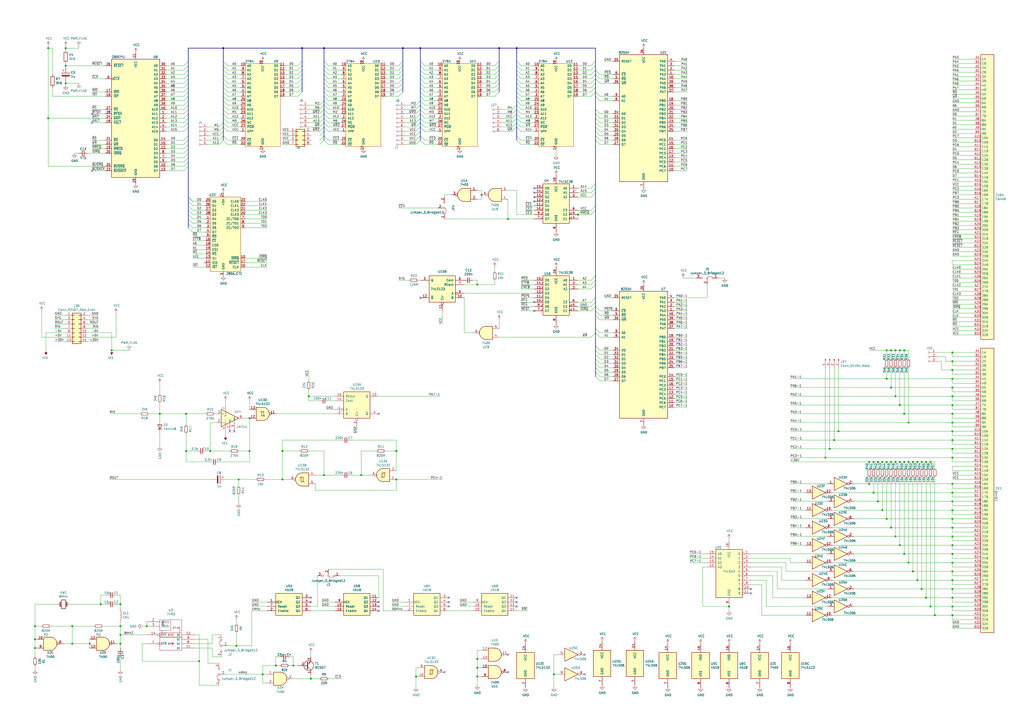
<source format=kicad_sch>
(kicad_sch (version 20230121) (generator eeschema)
  (paper "A2")
  (title_block (title "MIC290-CA80") (date "2023-10-18") (rev "V1.0") (company "N/A") (comment 1 "Author: JB"))
  (junction (at 552.45 250.19))
  (junction (at 64.77 203.2))
  (junction (at 506.73 285.75))
  (junction (at 529.59 267.97))
  (junction (at 294.64 127))
  (junction (at 20.32 375.92))
  (junction (at 516.89 306.07))
  (junction (at 514.35 219.71))
  (junction (at 552.45 290.83))
  (junction (at 163.83 261.62))
  (junction (at 519.43 203.2))
  (junction (at 276.86 382.27))
  (junction (at 52.07 373.38))
  (junction (at 58.42 350.52))
  (junction (at 552.45 260.35))
  (junction (at 509.27 290.83))
  (junction (at 511.81 295.91))
  (junction (at 514.35 267.97))
  (junction (at 552.45 351.79))
  (junction (at 152.4 391.16))
  (junction (at 486.41 250.19))
  (junction (at 552.45 280.67))
  (junction (at 537.21 267.97))
  (junction (at 519.43 229.87))
  (junction (at 137.16 374.65))
  (junction (at 243.84 27.94))
  (junction (at 552.45 336.55))
  (junction (at 524.51 203.2))
  (junction (at 27.94 27.94))
  (junction (at 552.45 214.63))
  (junction (at 552.45 306.07))
  (junction (at 542.29 356.87))
  (junction (at 229.87 261.62))
  (junction (at 107.95 240.03))
  (junction (at 41.91 363.22))
  (junction (at 115.57 383.54))
  (junction (at 144.78 242.57))
  (junction (at 552.45 346.71))
  (junction (at 179.07 229.87))
  (junction (at 552.45 204.47))
  (junction (at 534.67 267.97))
  (junction (at 27.94 68.58))
  (junction (at 552.45 240.03))
  (junction (at 552.45 331.47))
  (junction (at 504.19 280.67))
  (junction (at 69.85 350.52))
  (junction (at 481.33 260.35))
  (junction (at 552.45 341.63))
  (junction (at 187.96 27.94))
  (junction (at 209.55 275.59))
  (junction (at 511.81 267.97))
  (junction (at 552.45 245.11))
  (junction (at 321.31 391.16))
  (junction (at 539.75 351.79))
  (junction (at 129.54 27.94))
  (junction (at 516.89 224.79))
  (junction (at 524.51 321.31))
  (junction (at 163.83 278.13))
  (junction (at 552.45 326.39))
  (junction (at 478.79 265.43))
  (junction (at 229.87 278.13))
  (junction (at 552.45 316.23))
  (junction (at 552.45 209.55))
  (junction (at 514.35 203.2))
  (junction (at 521.97 316.23))
  (junction (at 552.45 295.91))
  (junction (at 552.45 255.27))
  (junction (at 532.13 336.55))
  (junction (at 279.4 113.03))
  (junction (at 537.21 346.71))
  (junction (at 69.85 363.22))
  (junction (at 521.97 234.95))
  (junction (at 552.45 265.43))
  (junction (at 276.86 165.1))
  (junction (at 552.45 356.87))
  (junction (at 233.68 27.94))
  (junction (at 483.87 255.27))
  (junction (at 69.85 368.3))
  (junction (at 92.71 240.03))
  (junction (at 539.75 267.97))
  (junction (at 504.19 267.97))
  (junction (at 552.45 219.71))
  (junction (at 534.67 341.63))
  (junction (at 519.43 267.97))
  (junction (at 527.05 245.11))
  (junction (at 422.91 351.79))
  (junction (at 144.78 261.62))
  (junction (at 20.32 363.22))
  (junction (at 170.18 386.08))
  (junction (at 514.35 300.99))
  (junction (at 289.56 27.94))
  (junction (at 20.32 370.84))
  (junction (at 175.26 27.94))
  (junction (at 241.3 392.43))
  (junction (at 521.97 203.2))
  (junction (at 69.85 373.38))
  (junction (at 516.89 267.97))
  (junction (at 516.89 203.2))
  (junction (at 187.96 275.59))
  (junction (at 121.92 261.62))
  (junction (at 524.51 240.03))
  (junction (at 38.1 38.1))
  (junction (at 552.45 234.95))
  (junction (at 509.27 267.97))
  (junction (at 38.1 27.94))
  (junction (at 532.13 267.97))
  (junction (at 335.28 124.46))
  (junction (at 552.45 311.15))
  (junction (at 41.91 373.38))
  (junction (at 85.09 363.22))
  (junction (at 527.05 267.97))
  (junction (at 506.73 267.97))
  (junction (at 107.95 261.62))
  (junction (at 38.1 48.26))
  (junction (at 276.86 392.43))
  (junction (at 552.45 229.87))
  (junction (at 524.51 267.97))
  (junction (at 552.45 300.99))
  (junction (at 529.59 331.47))
  (junction (at 276.86 387.35))
  (junction (at 552.45 321.31))
  (junction (at 519.43 311.15))
  (junction (at 160.02 386.08))
  (junction (at 138.43 278.13))
  (junction (at 552.45 285.75))
  (junction (at 521.97 267.97))
  (junction (at 552.45 224.79))
  (junction (at 180.34 393.7))
  (junction (at 299.72 27.94))
  (junction (at 527.05 326.39))
  (no_connect (at 243.84 172.72))
  (no_connect (at 219.71 354.33))
  (no_connect (at 119.38 152.4))
  (no_connect (at 309.88 114.3))
  (no_connect (at 219.71 351.79))
  (no_connect (at 309.88 175.26))
  (no_connect (at 299.72 349.25))
  (no_connect (at 180.34 349.25))
  (no_connect (at 435.61 344.17))
  (no_connect (at 339.09 391.16))
  (no_connect (at 260.35 349.25))
  (no_connect (at 339.09 379.73))
  (no_connect (at 435.61 341.63))
  (no_connect (at 180.34 346.71))
  (no_connect (at 53.34 66.04))
  (no_connect (at 309.88 116.84))
  (no_connect (at 260.35 351.79))
  (no_connect (at 260.35 346.71))
  (no_connect (at 135.89 250.19))
  (no_connect (at 133.35 250.19))
  (no_connect (at 53.34 99.06))
  (no_connect (at 309.88 109.22))
  (no_connect (at 299.72 351.79))
  (no_connect (at 309.88 111.76))
  (no_connect (at 294.64 389.89))
  (no_connect (at 309.88 180.34))
  (no_connect (at 53.34 71.12))
  (no_connect (at 219.71 349.25))
  (no_connect (at 257.81 389.89))
  (no_connect (at 299.72 346.71))
  (no_connect (at 294.64 379.73))
  (no_connect (at 219.71 240.03))
  (bus_entry (at 299.72 45.72) (size 2.54 2.54))
  (bus_entry (at 231.14 40.64) (size 2.54 -2.54))
  (bus_entry (at 342.9 165.1) (size 2.54 -2.54))
  (bus_entry (at 287.02 55.88) (size 2.54 -2.54))
  (bus_entry (at 129.54 73.66) (size 2.54 2.54))
  (bus_entry (at 342.9 121.92) (size 2.54 -2.54))
  (bus_entry (at 106.68 86.36) (size 2.54 -2.54))
  (bus_entry (at 187.96 58.42) (size 2.54 2.54))
  (bus_entry (at 111.76 124.46) (size -2.54 -2.54))
  (bus_entry (at 342.9 50.8) (size 2.54 -2.54))
  (bus_entry (at 111.76 116.84) (size -2.54 -2.54))
  (bus_entry (at 299.72 35.56) (size 2.54 2.54))
  (bus_entry (at 299.72 81.28) (size 2.54 2.54))
  (bus_entry (at 347.98 83.82) (size -2.54 -2.54))
  (bus_entry (at 111.76 132.08) (size -2.54 -2.54))
  (bus_entry (at 342.9 114.3) (size 2.54 -2.54))
  (bus_entry (at 187.96 45.72) (size 2.54 2.54))
  (bus_entry (at 299.72 55.88) (size 2.54 2.54))
  (bus_entry (at 106.68 93.98) (size 2.54 -2.54))
  (bus_entry (at 129.54 71.12) (size 2.54 2.54))
  (bus_entry (at 347.98 68.58) (size -2.54 -2.54))
  (bus_entry (at 187.96 73.66) (size 2.54 2.54))
  (bus_entry (at 106.68 96.52) (size 2.54 -2.54))
  (bus_entry (at 287.02 38.1) (size 2.54 -2.54))
  (bus_entry (at 106.68 68.58) (size 2.54 -2.54))
  (bus_entry (at 243.84 58.42) (size 2.54 2.54))
  (bus_entry (at 345.44 53.34) (size 2.54 2.54))
  (bus_entry (at 243.84 48.26) (size 2.54 2.54))
  (bus_entry (at 187.96 35.56) (size 2.54 2.54))
  (bus_entry (at 106.68 60.96) (size 2.54 -2.54))
  (bus_entry (at 243.84 38.1) (size 2.54 2.54))
  (bus_entry (at 342.9 124.46) (size 2.54 -2.54))
  (bus_entry (at 127 81.28) (size 2.54 -2.54))
  (bus_entry (at 342.9 43.18) (size 2.54 -2.54))
  (bus_entry (at 172.72 48.26) (size 2.54 -2.54))
  (bus_entry (at 129.54 45.72) (size 2.54 2.54))
  (bus_entry (at 129.54 58.42) (size 2.54 2.54))
  (bus_entry (at 187.96 81.28) (size 2.54 2.54))
  (bus_entry (at 111.76 127) (size -2.54 -2.54))
  (bus_entry (at 299.72 58.42) (size 2.54 2.54))
  (bus_entry (at 241.3 68.58) (size 2.54 -2.54))
  (bus_entry (at 129.54 48.26) (size 2.54 2.54))
  (bus_entry (at 187.96 68.58) (size 2.54 2.54))
  (bus_entry (at 106.68 53.34) (size 2.54 -2.54))
  (bus_entry (at 347.98 81.28) (size -2.54 -2.54))
  (bus_entry (at 129.54 66.04) (size 2.54 2.54))
  (bus_entry (at 187.96 53.34) (size 2.54 2.54))
  (bus_entry (at 342.9 195.58) (size 2.54 -2.54))
  (bus_entry (at 243.84 81.28) (size 2.54 2.54))
  (bus_entry (at 347.98 208.28) (size -2.54 -2.54))
  (bus_entry (at 345.44 180.34) (size 2.54 2.54))
  (bus_entry (at 127 73.66) (size 2.54 -2.54))
  (bus_entry (at 345.44 43.18) (size 2.54 2.54))
  (bus_entry (at 287.02 43.18) (size 2.54 -2.54))
  (bus_entry (at 299.72 66.04) (size 2.54 2.54))
  (bus_entry (at 287.02 45.72) (size 2.54 -2.54))
  (bus_entry (at 129.54 38.1) (size 2.54 2.54))
  (bus_entry (at 287.02 50.8) (size 2.54 -2.54))
  (bus_entry (at 241.3 78.74) (size 2.54 -2.54))
  (bus_entry (at 243.84 53.34) (size 2.54 2.54))
  (bus_entry (at 106.68 38.1) (size 2.54 -2.54))
  (bus_entry (at 187.96 43.18) (size 2.54 2.54))
  (bus_entry (at 345.44 55.88) (size 2.54 2.54))
  (bus_entry (at 243.84 78.74) (size 2.54 2.54))
  (bus_entry (at 297.18 73.66) (size 2.54 -2.54))
  (bus_entry (at 342.9 53.34) (size 2.54 -2.54))
  (bus_entry (at 172.72 40.64) (size 2.54 -2.54))
  (bus_entry (at 129.54 81.28) (size 2.54 2.54))
  (bus_entry (at 241.3 71.12) (size 2.54 -2.54))
  (bus_entry (at 345.44 193.04) (size 2.54 2.54))
  (bus_entry (at 106.68 71.12) (size 2.54 -2.54))
  (bus_entry (at 299.72 73.66) (size 2.54 2.54))
  (bus_entry (at 243.84 63.5) (size 2.54 2.54))
  (bus_entry (at 243.84 43.18) (size 2.54 2.54))
  (bus_entry (at 106.68 91.44) (size 2.54 -2.54))
  (bus_entry (at 106.68 58.42) (size 2.54 -2.54))
  (bus_entry (at 185.42 73.66) (size 2.54 -2.54))
  (bus_entry (at 287.02 53.34) (size 2.54 -2.54))
  (bus_entry (at 106.68 63.5) (size 2.54 -2.54))
  (bus_entry (at 129.54 60.96) (size 2.54 2.54))
  (bus_entry (at 297.18 76.2) (size 2.54 -2.54))
  (bus_entry (at 129.54 35.56) (size 2.54 2.54))
  (bus_entry (at 342.9 111.76) (size 2.54 -2.54))
  (bus_entry (at 172.72 53.34) (size 2.54 -2.54))
  (bus_entry (at 129.54 78.74) (size 2.54 2.54))
  (bus_entry (at 172.72 38.1) (size 2.54 -2.54))
  (bus_entry (at 231.14 55.88) (size 2.54 -2.54))
  (bus_entry (at 106.68 43.18) (size 2.54 -2.54))
  (bus_entry (at 299.72 60.96) (size 2.54 2.54))
  (bus_entry (at 243.84 45.72) (size 2.54 2.54))
  (bus_entry (at 127 76.2) (size 2.54 -2.54))
  (bus_entry (at 106.68 81.28) (size 2.54 -2.54))
  (bus_entry (at 231.14 53.34) (size 2.54 -2.54))
  (bus_entry (at 347.98 71.12) (size -2.54 -2.54))
  (bus_entry (at 185.42 63.5) (size 2.54 -2.54))
  (bus_entry (at 299.72 63.5) (size 2.54 2.54))
  (bus_entry (at 106.68 40.64) (size 2.54 -2.54))
  (bus_entry (at 347.98 203.2) (size -2.54 -2.54))
  (bus_entry (at 287.02 40.64) (size 2.54 -2.54))
  (bus_entry (at 185.42 71.12) (size 2.54 -2.54))
  (bus_entry (at 342.9 38.1) (size 2.54 -2.54))
  (bus_entry (at 106.68 73.66) (size 2.54 -2.54))
  (bus_entry (at 243.84 73.66) (size 2.54 2.54))
  (bus_entry (at 127 78.74) (size 2.54 -2.54))
  (bus_entry (at 347.98 78.74) (size -2.54 -2.54))
  (bus_entry (at 111.76 129.54) (size -2.54 -2.54))
  (bus_entry (at 187.96 60.96) (size 2.54 2.54))
  (bus_entry (at 297.18 71.12) (size 2.54 -2.54))
  (bus_entry (at 111.76 121.92) (size -2.54 -2.54))
  (bus_entry (at 243.84 55.88) (size 2.54 2.54))
  (bus_entry (at 342.9 162.56) (size 2.54 -2.54))
  (bus_entry (at 297.18 66.04) (size 2.54 -2.54))
  (bus_entry (at 187.96 55.88) (size 2.54 2.54))
  (bus_entry (at 185.42 76.2) (size 2.54 -2.54))
  (bus_entry (at 342.9 45.72) (size 2.54 -2.54))
  (bus_entry (at 187.96 38.1) (size 2.54 2.54))
  (bus_entry (at 241.3 63.5) (size 2.54 -2.54))
  (bus_entry (at 299.72 40.64) (size 2.54 2.54))
  (bus_entry (at 129.54 55.88) (size 2.54 2.54))
  (bus_entry (at 342.9 109.22) (size 2.54 -2.54))
  (bus_entry (at 106.68 55.88) (size 2.54 -2.54))
  (bus_entry (at 241.3 81.28) (size 2.54 -2.54))
  (bus_entry (at 241.3 60.96) (size 2.54 -2.54))
  (bus_entry (at 347.98 210.82) (size -2.54 -2.54))
  (bus_entry (at 231.14 38.1) (size 2.54 -2.54))
  (bus_entry (at 241.3 66.04) (size 2.54 -2.54))
  (bus_entry (at 109.22 114.3) (size 2.54 2.54))
  (bus_entry (at 111.76 119.38) (size -2.54 -2.54))
  (bus_entry (at 299.72 48.26) (size 2.54 2.54))
  (bus_entry (at 187.96 48.26) (size 2.54 2.54))
  (bus_entry (at 287.02 48.26) (size 2.54 -2.54))
  (bus_entry (at 187.96 40.64) (size 2.54 2.54))
  (bus_entry (at 187.96 78.74) (size 2.54 2.54))
  (bus_entry (at 345.44 177.8) (size 2.54 2.54))
  (bus_entry (at 243.84 40.64) (size 2.54 2.54))
  (bus_entry (at 347.98 205.74) (size -2.54 -2.54))
  (bus_entry (at 299.72 71.12) (size 2.54 2.54))
  (bus_entry (at 243.84 50.8) (size 2.54 2.54))
  (bus_entry (at 345.44 40.64) (size 2.54 2.54))
  (bus_entry (at 241.3 73.66) (size 2.54 -2.54))
  (bus_entry (at 106.68 99.06) (size 2.54 -2.54))
  (bus_entry (at 106.68 45.72) (size 2.54 -2.54))
  (bus_entry (at 347.98 215.9) (size -2.54 -2.54))
  (bus_entry (at 297.18 63.5) (size 2.54 -2.54))
  (bus_entry (at 231.14 43.18) (size 2.54 -2.54))
  (bus_entry (at 342.9 40.64) (size 2.54 -2.54))
  (bus_entry (at 299.72 78.74) (size 2.54 2.54))
  (bus_entry (at 129.54 40.64) (size 2.54 2.54))
  (bus_entry (at 299.72 38.1) (size 2.54 2.54))
  (bus_entry (at 129.54 68.58) (size 2.54 2.54))
  (bus_entry (at 347.98 66.04) (size -2.54 -2.54))
  (bus_entry (at 342.9 180.34) (size 2.54 -2.54))
  (bus_entry (at 185.42 78.74) (size 2.54 -2.54))
  (bus_entry (at 187.96 71.12) (size 2.54 2.54))
  (bus_entry (at 172.72 50.8) (size 2.54 -2.54))
  (bus_entry (at 231.14 48.26) (size 2.54 -2.54))
  (bus_entry (at 297.18 68.58) (size 2.54 -2.54))
  (bus_entry (at 347.98 76.2) (size -2.54 -2.54))
  (bus_entry (at 129.54 53.34) (size 2.54 2.54))
  (bus_entry (at 342.9 175.26) (size 2.54 -2.54))
  (bus_entry (at 172.72 55.88) (size 2.54 -2.54))
  (bus_entry (at 299.72 43.18) (size 2.54 2.54))
  (bus_entry (at 345.44 45.72) (size 2.54 2.54))
  (bus_entry (at 127 83.82) (size 2.54 -2.54))
  (bus_entry (at 347.98 213.36) (size -2.54 -2.54))
  (bus_entry (at 185.42 81.28) (size 2.54 -2.54))
  (bus_entry (at 299.72 53.34) (size 2.54 2.54))
  (bus_entry (at 106.68 48.26) (size 2.54 -2.54))
  (bus_entry (at 345.44 182.88) (size 2.54 2.54))
  (bus_entry (at 172.72 43.18) (size 2.54 -2.54))
  (bus_entry (at 187.96 66.04) (size 2.54 2.54))
  (bus_entry (at 185.42 66.04) (size 2.54 -2.54))
  (bus_entry (at 172.72 45.72) (size 2.54 -2.54))
  (bus_entry (at 106.68 88.9) (size 2.54 -2.54))
  (bus_entry (at 241.3 83.82) (size 2.54 -2.54))
  (bus_entry (at 347.98 220.98) (size -2.54 -2.54))
  (bus_entry (at 241.3 76.2) (size 2.54 -2.54))
  (bus_entry (at 187.96 50.8) (size 2.54 2.54))
  (bus_entry (at 342.9 55.88) (size 2.54 -2.54))
  (bus_entry (at 243.84 35.56) (size 2.54 2.54))
  (bus_entry (at 106.68 83.82) (size 2.54 -2.54))
  (bus_entry (at 129.54 63.5) (size 2.54 2.54))
  (bus_entry (at 347.98 73.66) (size -2.54 -2.54))
  (bus_entry (at 347.98 218.44) (size -2.54 -2.54))
  (bus_entry (at 129.54 50.8) (size 2.54 2.54))
  (bus_entry (at 342.9 167.64) (size 2.54 -2.54))
  (bus_entry (at 111.76 134.62) (size -2.54 -2.54))
  (bus_entry (at 243.84 68.58) (size 2.54 2.54))
  (bus_entry (at 342.9 177.8) (size 2.54 -2.54))
  (bus_entry (at 231.14 45.72) (size 2.54 -2.54))
  (bus_entry (at 185.42 68.58) (size 2.54 -2.54))
  (bus_entry (at 243.84 66.04) (size 2.54 2.54))
  (bus_entry (at 187.96 63.5) (size 2.54 2.54))
  (bus_entry (at 243.84 60.96) (size 2.54 2.54))
  (bus_entry (at 231.14 50.8) (size 2.54 -2.54))
  (bus_entry (at 106.68 76.2) (size 2.54 -2.54))
  (bus_entry (at 106.68 50.8) (size 2.54 -2.54))
  (bus_entry (at 345.44 190.5) (size 2.54 2.54))
  (bus_entry (at 129.54 43.18) (size 2.54 2.54))
  (bus_entry (at 106.68 66.04) (size 2.54 -2.54))
  (bus_entry (at 299.72 50.8) (size 2.54 2.54))
  (bus_entry (at 185.42 60.96) (size 2.54 -2.54))
  (bus_entry (at 243.84 71.12) (size 2.54 2.54))
  (bus_entry (at 342.9 48.26) (size 2.54 -2.54))
  (bus_entry (at 185.42 83.82) (size 2.54 -2.54))
  (bus_entry (at 299.72 68.58) (size 2.54 2.54))
  (wire (pts (xy 190.5 68.58) (xy 198.12 68.58)))
  (wire (pts (xy 246.38 60.96) (xy 254 60.96)))
  (wire (pts (xy 246.38 63.5) (xy 254 63.5)))
  (bus (pts (xy 109.22 35.56) (xy 109.22 38.1)))
  (bus (pts (xy 345.44 109.22) (xy 345.44 111.76)))
  (wire (pts (xy 552.45 181.61) (xy 565.15 181.61)))
  (wire (pts (xy 227.33 349.25) (xy 234.95 349.25)))
  (wire (pts (xy 396.24 161.29) (xy 403.86 161.29)))
  (bus (pts (xy 109.22 27.94) (xy 109.22 35.56)))
  (wire (pts (xy 163.83 261.62) (xy 163.83 278.13)))
  (wire (pts (xy 350.52 172.72) (xy 355.6 172.72)))
  (wire (pts (xy 85.09 368.3) (xy 69.85 368.3)))
  (wire (pts (xy 495.3 280.67) (xy 504.19 280.67)))
  (wire (pts (xy 229.87 278.13) (xy 229.87 284.48)))
  (wire (pts (xy 482.6 336.55) (xy 532.13 336.55)))
  (wire (pts (xy 207.01 251.46) (xy 207.01 247.65)))
  (bus (pts (xy 175.26 48.26) (xy 175.26 50.8)))
  (wire (pts (xy 302.26 63.5) (xy 309.88 63.5)))
  (wire (pts (xy 355.6 55.88) (xy 347.98 55.88)))
  (wire (pts (xy 504.19 267.97) (xy 504.19 271.78)))
  (wire (pts (xy 279.4 43.18) (xy 287.02 43.18)))
  (wire (pts (xy 179.07 63.5) (xy 185.42 63.5)))
  (wire (pts (xy 391.16 208.28) (xy 398.78 208.28)))
  (wire (pts (xy 165.1 48.26) (xy 172.72 48.26)))
  (wire (pts (xy 189.23 237.49) (xy 194.31 237.49)))
  (wire (pts (xy 552.45 62.23) (xy 565.15 62.23)))
  (wire (pts (xy 111.76 147.32) (xy 119.38 147.32)))
  (wire (pts (xy 527.05 245.11) (xy 552.45 245.11)))
  (bus (pts (xy 109.22 27.94) (xy 129.54 27.94)))
  (wire (pts (xy 552.45 52.07) (xy 565.15 52.07)))
  (bus (pts (xy 187.96 68.58) (xy 187.96 71.12)))
  (wire (pts (xy 154.94 119.38) (xy 142.24 119.38)))
  (wire (pts (xy 227.33 351.79) (xy 234.95 351.79)))
  (wire (pts (xy 41.91 363.22) (xy 41.91 373.38)))
  (wire (pts (xy 53.34 63.5) (xy 60.96 63.5)))
  (wire (pts (xy 167.894 81.28) (xy 163.83 81.28)))
  (wire (pts (xy 179.07 71.12) (xy 185.42 71.12)))
  (wire (pts (xy 20.32 388.62) (xy 20.32 386.08)))
  (wire (pts (xy 391.16 40.64) (xy 398.78 40.64)))
  (wire (pts (xy 41.91 373.38) (xy 52.07 373.38)))
  (wire (pts (xy 552.45 85.09) (xy 565.15 85.09)))
  (bus (pts (xy 175.26 35.56) (xy 175.26 38.1)))
  (wire (pts (xy 537.21 346.71) (xy 552.45 346.71)))
  (wire (pts (xy 223.52 50.8) (xy 231.14 50.8)))
  (wire (pts (xy 391.16 195.58) (xy 398.78 195.58)))
  (wire (pts (xy 516.89 203.2) (xy 519.43 203.2)))
  (wire (pts (xy 146.05 354.33) (xy 146.05 374.65)))
  (bus (pts (xy 345.44 119.38) (xy 345.44 121.92)))
  (wire (pts (xy 323.85 391.16) (xy 321.31 391.16)))
  (bus (pts (xy 299.72 27.94) (xy 345.44 27.94)))
  (wire (pts (xy 552.45 270.51) (xy 565.15 270.51)))
  (wire (pts (xy 138.43 278.13) (xy 148.59 278.13)))
  (wire (pts (xy 165.1 50.8) (xy 172.72 50.8)))
  (wire (pts (xy 31.75 187.96) (xy 38.1 187.96)))
  (wire (pts (xy 504.19 267.97) (xy 506.73 267.97)))
  (wire (pts (xy 179.07 66.04) (xy 185.42 66.04)))
  (wire (pts (xy 552.45 59.69) (xy 565.15 59.69)))
  (wire (pts (xy 552.45 267.97) (xy 565.15 267.97)))
  (wire (pts (xy 152.4 391.16) (xy 154.94 391.16)))
  (wire (pts (xy 391.16 205.74) (xy 398.78 205.74)))
  (wire (pts (xy 335.28 40.64) (xy 342.9 40.64)))
  (bus (pts (xy 187.96 66.04) (xy 187.96 68.58)))
  (wire (pts (xy 69.85 373.38) (xy 69.85 368.3)))
  (wire (pts (xy 27.94 27.94) (xy 27.94 68.58)))
  (wire (pts (xy 33.02 350.52) (xy 20.32 350.52)))
  (wire (pts (xy 539.75 351.79) (xy 552.45 351.79)))
  (wire (pts (xy 234.95 81.28) (xy 241.3 81.28)))
  (wire (pts (xy 514.35 276.86) (xy 514.35 300.99)))
  (wire (pts (xy 229.87 255.27) (xy 229.87 261.62)))
  (wire (pts (xy 552.45 318.77) (xy 565.15 318.77)))
  (bus (pts (xy 299.72 48.26) (xy 299.72 50.8)))
  (wire (pts (xy 279.4 55.88) (xy 287.02 55.88)))
  (bus (pts (xy 345.44 203.2) (xy 345.44 205.74)))
  (wire (pts (xy 190.5 48.26) (xy 198.12 48.26)))
  (wire (pts (xy 119.38 116.84) (xy 111.76 116.84)))
  (wire (pts (xy 410.21 172.72) (xy 410.21 165.1)))
  (wire (pts (xy 552.45 341.63) (xy 565.15 341.63)))
  (wire (pts (xy 552.45 275.59) (xy 565.15 275.59)))
  (wire (pts (xy 552.45 138.43) (xy 565.15 138.43)))
  (wire (pts (xy 552.45 356.87) (xy 565.15 356.87)))
  (bus (pts (xy 345.44 35.56) (xy 345.44 38.1)))
  (wire (pts (xy 229.87 261.62) (xy 223.52 261.62)))
  (wire (pts (xy 552.45 245.11) (xy 565.15 245.11)))
  (wire (pts (xy 299.72 110.49) (xy 294.64 110.49)))
  (wire (pts (xy 355.6 83.82) (xy 347.98 83.82)))
  (bus (pts (xy 345.44 162.56) (xy 345.44 165.1)))
  (wire (pts (xy 194.31 354.33) (xy 180.34 354.33)))
  (wire (pts (xy 266.7 351.79) (xy 274.32 351.79)))
  (wire (pts (xy 532.13 276.86) (xy 532.13 336.55)))
  (bus (pts (xy 233.68 50.8) (xy 233.68 53.34)))
  (wire (pts (xy 120.65 384.81) (xy 127 384.81)))
  (wire (pts (xy 552.45 252.73) (xy 565.15 252.73)))
  (wire (pts (xy 521.97 316.23) (xy 552.45 316.23)))
  (wire (pts (xy 552.45 306.07) (xy 565.15 306.07)))
  (wire (pts (xy 160.02 381) (xy 162.56 381)))
  (wire (pts (xy 391.16 203.2) (xy 398.78 203.2)))
  (wire (pts (xy 552.45 184.15) (xy 565.15 184.15)))
  (wire (pts (xy 309.88 124.46) (xy 299.72 124.46)))
  (wire (pts (xy 246.38 71.12) (xy 254 71.12)))
  (wire (pts (xy 24.13 195.58) (xy 38.1 195.58)))
  (wire (pts (xy 30.48 27.94) (xy 27.94 27.94)))
  (wire (pts (xy 294.64 127) (xy 309.88 127)))
  (wire (pts (xy 347.98 185.42) (xy 355.6 185.42)))
  (wire (pts (xy 115.57 383.54) (xy 82.55 383.54)))
  (wire (pts (xy 552.45 133.35) (xy 565.15 133.35)))
  (wire (pts (xy 552.45 339.09) (xy 565.15 339.09)))
  (wire (pts (xy 514.35 219.71) (xy 552.45 219.71)))
  (wire (pts (xy 478.79 265.43) (xy 552.45 265.43)))
  (wire (pts (xy 57.15 198.12) (xy 50.8 198.12)))
  (bus (pts (xy 175.26 43.18) (xy 175.26 45.72)))
  (wire (pts (xy 132.08 43.18) (xy 139.7 43.18)))
  (wire (pts (xy 187.96 275.59) (xy 182.88 275.59)))
  (wire (pts (xy 130.81 391.16) (xy 152.4 391.16)))
  (bus (pts (xy 187.96 76.2) (xy 187.96 78.74)))
  (wire (pts (xy 111.76 149.86) (xy 119.38 149.86)))
  (wire (pts (xy 96.52 55.88) (xy 106.68 55.88)))
  (wire (pts (xy 276.86 110.49) (xy 279.4 110.49)))
  (wire (pts (xy 342.9 167.64) (xy 335.28 167.64)))
  (wire (pts (xy 552.45 311.15) (xy 565.15 311.15)))
  (wire (pts (xy 52.07 375.92) (xy 52.07 373.38)))
  (wire (pts (xy 529.59 276.86) (xy 529.59 331.47)))
  (bus (pts (xy 289.56 43.18) (xy 289.56 45.72)))
  (wire (pts (xy 552.45 354.33) (xy 552.45 351.79)))
  (wire (pts (xy 529.59 267.97) (xy 532.13 267.97)))
  (wire (pts (xy 64.77 193.04) (xy 64.77 203.2)))
  (wire (pts (xy 96.52 38.1) (xy 106.68 38.1)))
  (wire (pts (xy 223.52 43.18) (xy 231.14 43.18)))
  (wire (pts (xy 542.29 356.87) (xy 482.6 356.87)))
  (wire (pts (xy 552.45 57.15) (xy 565.15 57.15)))
  (wire (pts (xy 279.4 48.26) (xy 287.02 48.26)))
  (wire (pts (xy 53.34 66.04) (xy 60.96 66.04)))
  (wire (pts (xy 138.43 278.13) (xy 138.43 281.94)))
  (wire (pts (xy 552.45 80.01) (xy 565.15 80.01)))
  (wire (pts (xy 279.4 377.19) (xy 276.86 377.19)))
  (wire (pts (xy 302.26 40.64) (xy 309.88 40.64)))
  (wire (pts (xy 552.45 288.29) (xy 552.45 285.75)))
  (wire (pts (xy 511.81 267.97) (xy 514.35 267.97)))
  (wire (pts (xy 519.43 213.36) (xy 519.43 229.87)))
  (wire (pts (xy 45.72 27.94) (xy 45.72 26.67)))
  (wire (pts (xy 552.45 273.05) (xy 565.15 273.05)))
  (wire (pts (xy 532.13 336.55) (xy 552.45 336.55)))
  (bus (pts (xy 129.54 68.58) (xy 129.54 71.12)))
  (wire (pts (xy 246.38 53.34) (xy 254 53.34)))
  (wire (pts (xy 246.38 81.28) (xy 254 81.28)))
  (bus (pts (xy 129.54 76.2) (xy 129.54 78.74)))
  (wire (pts (xy 302.26 50.8) (xy 309.88 50.8)))
  (bus (pts (xy 345.44 208.28) (xy 345.44 210.82)))
  (wire (pts (xy 242.57 387.35) (xy 241.3 387.35)))
  (bus (pts (xy 345.44 63.5) (xy 345.44 66.04)))
  (bus (pts (xy 109.22 66.04) (xy 109.22 68.58)))
  (wire (pts (xy 552.45 95.25) (xy 565.15 95.25)))
  (wire (pts (xy 524.51 321.31) (xy 552.45 321.31)))
  (bus (pts (xy 243.84 76.2) (xy 243.84 78.74)))
  (wire (pts (xy 509.27 267.97) (xy 511.81 267.97)))
  (wire (pts (xy 458.47 219.71) (xy 514.35 219.71)))
  (wire (pts (xy 552.45 186.69) (xy 565.15 186.69)))
  (bus (pts (xy 233.68 40.64) (xy 233.68 43.18)))
  (wire (pts (xy 132.08 73.66) (xy 139.7 73.66)))
  (wire (pts (xy 276.86 162.56) (xy 276.86 165.1)))
  (wire (pts (xy 302.26 43.18) (xy 309.88 43.18)))
  (wire (pts (xy 190.5 55.88) (xy 198.12 55.88)))
  (wire (pts (xy 144.78 261.62) (xy 144.78 242.57)))
  (wire (pts (xy 115.57 397.51) (xy 115.57 383.54)))
  (wire (pts (xy 552.45 107.95) (xy 565.15 107.95)))
  (wire (pts (xy 391.16 185.42) (xy 398.78 185.42)))
  (wire (pts (xy 458.47 311.15) (xy 480.06 311.15)))
  (wire (pts (xy 138.43 287.02) (xy 138.43 292.1)))
  (wire (pts (xy 119.38 129.54) (xy 111.76 129.54)))
  (wire (pts (xy 453.39 336.55) (xy 467.36 336.55)))
  (wire (pts (xy 290.83 76.2) (xy 297.18 76.2)))
  (wire (pts (xy 30.48 55.88) (xy 60.96 55.88)))
  (bus (pts (xy 129.54 27.94) (xy 129.54 35.56)))
  (wire (pts (xy 552.45 161.29) (xy 565.15 161.29)))
  (wire (pts (xy 552.45 212.09) (xy 552.45 209.55)))
  (wire (pts (xy 31.75 190.5) (xy 38.1 190.5)))
  (wire (pts (xy 552.45 194.31) (xy 565.15 194.31)))
  (wire (pts (xy 355.6 73.66) (xy 347.98 73.66)))
  (bus (pts (xy 129.54 78.74) (xy 129.54 81.28)))
  (wire (pts (xy 260.35 354.33) (xy 274.32 354.33)))
  (wire (pts (xy 132.08 76.2) (xy 139.7 76.2)))
  (bus (pts (xy 109.22 96.52) (xy 109.22 114.3)))
  (wire (pts (xy 234.95 354.33) (xy 222.25 354.33)))
  (wire (pts (xy 552.45 316.23) (xy 565.15 316.23)))
  (wire (pts (xy 524.51 271.78) (xy 524.51 267.97)))
  (wire (pts (xy 542.29 356.87) (xy 552.45 356.87)))
  (wire (pts (xy 552.45 288.29) (xy 565.15 288.29)))
  (wire (pts (xy 153.67 278.13) (xy 163.83 278.13)))
  (bus (pts (xy 109.22 81.28) (xy 109.22 83.82)))
  (wire (pts (xy 190.5 63.5) (xy 198.12 63.5)))
  (wire (pts (xy 458.47 224.79) (xy 516.89 224.79)))
  (wire (pts (xy 160.02 386.08) (xy 160.02 381)))
  (wire (pts (xy 165.1 53.34) (xy 172.72 53.34)))
  (wire (pts (xy 355.6 208.28) (xy 347.98 208.28)))
  (wire (pts (xy 231.14 162.56) (xy 237.49 162.56)))
  (wire (pts (xy 246.38 73.66) (xy 254 73.66)))
  (wire (pts (xy 180.34 393.7) (xy 185.42 393.7)))
  (wire (pts (xy 482.6 285.75) (xy 506.73 285.75)))
  (wire (pts (xy 450.85 341.63) (xy 450.85 331.47)))
  (wire (pts (xy 552.45 34.29) (xy 565.15 34.29)))
  (wire (pts (xy 96.52 48.26) (xy 106.68 48.26)))
  (wire (pts (xy 495.3 300.99) (xy 514.35 300.99)))
  (bus (pts (xy 109.22 38.1) (xy 109.22 40.64)))
  (wire (pts (xy 223.52 38.1) (xy 231.14 38.1)))
  (wire (pts (xy 223.52 55.88) (xy 231.14 55.88)))
  (wire (pts (xy 552.45 87.63) (xy 565.15 87.63)))
  (wire (pts (xy 279.4 45.72) (xy 287.02 45.72)))
  (wire (pts (xy 276.86 387.35) (xy 276.86 392.43)))
  (bus (pts (xy 345.44 175.26) (xy 345.44 177.8)))
  (wire (pts (xy 96.52 63.5) (xy 106.68 63.5)))
  (bus (pts (xy 345.44 81.28) (xy 345.44 106.68)))
  (wire (pts (xy 552.45 212.09) (xy 565.15 212.09)))
  (wire (pts (xy 532.13 271.78) (xy 532.13 267.97)))
  (wire (pts (xy 180.34 393.7) (xy 170.18 393.7)))
  (wire (pts (xy 552.45 36.83) (xy 565.15 36.83)))
  (wire (pts (xy 355.6 210.82) (xy 347.98 210.82)))
  (wire (pts (xy 552.45 46.99) (xy 565.15 46.99)))
  (wire (pts (xy 552.45 97.79) (xy 565.15 97.79)))
  (wire (pts (xy 43.18 88.9) (xy 45.72 88.9)))
  (wire (pts (xy 455.93 331.47) (xy 480.06 331.47)))
  (wire (pts (xy 482.6 316.23) (xy 521.97 316.23)))
  (wire (pts (xy 552.45 308.61) (xy 565.15 308.61)))
  (wire (pts (xy 422.91 351.79) (xy 422.91 354.33)))
  (wire (pts (xy 302.26 66.04) (xy 309.88 66.04)))
  (bus (pts (xy 233.68 48.26) (xy 233.68 50.8)))
  (wire (pts (xy 516.89 271.78) (xy 516.89 267.97)))
  (bus (pts (xy 299.72 40.64) (xy 299.72 43.18)))
  (bus (pts (xy 345.44 200.66) (xy 345.44 203.2)))
  (bus (pts (xy 109.22 78.74) (xy 109.22 81.28)))
  (bus (pts (xy 109.22 58.42) (xy 109.22 60.96)))
  (wire (pts (xy 185.42 232.41) (xy 179.07 232.41)))
  (wire (pts (xy 120.65 370.84) (xy 120.65 384.81)))
  (wire (pts (xy 111.76 142.24) (xy 119.38 142.24)))
  (wire (pts (xy 552.45 232.41) (xy 565.15 232.41)))
  (wire (pts (xy 190.5 83.82) (xy 198.12 83.82)))
  (wire (pts (xy 552.45 74.93) (xy 565.15 74.93)))
  (wire (pts (xy 132.08 66.04) (xy 139.7 66.04)))
  (wire (pts (xy 519.43 208.28) (xy 519.43 203.2)))
  (wire (pts (xy 20.32 363.22) (xy 20.32 370.84)))
  (wire (pts (xy 302.26 81.28) (xy 309.88 81.28)))
  (wire (pts (xy 302.26 60.96) (xy 309.88 60.96)))
  (bus (pts (xy 109.22 119.38) (xy 109.22 121.92)))
  (wire (pts (xy 527.05 326.39) (xy 552.45 326.39)))
  (wire (pts (xy 60.96 68.58) (xy 27.94 68.58)))
  (wire (pts (xy 552.45 67.31) (xy 565.15 67.31)))
  (wire (pts (xy 391.16 220.98) (xy 398.78 220.98)))
  (bus (pts (xy 129.54 45.72) (xy 129.54 48.26)))
  (bus (pts (xy 299.72 27.94) (xy 299.72 35.56)))
  (wire (pts (xy 552.45 105.41) (xy 565.15 105.41)))
  (wire (pts (xy 552.45 303.53) (xy 565.15 303.53)))
  (bus (pts (xy 345.44 213.36) (xy 345.44 215.9)))
  (wire (pts (xy 482.6 306.07) (xy 516.89 306.07)))
  (wire (pts (xy 257.81 113.03) (xy 257.81 114.3)))
  (wire (pts (xy 255.27 229.87) (xy 219.71 229.87)))
  (bus (pts (xy 187.96 63.5) (xy 187.96 66.04)))
  (wire (pts (xy 552.45 110.49) (xy 565.15 110.49)))
  (wire (pts (xy 552.45 49.53) (xy 565.15 49.53)))
  (wire (pts (xy 223.52 48.26) (xy 231.14 48.26)))
  (wire (pts (xy 458.47 245.11) (xy 527.05 245.11)))
  (wire (pts (xy 69.85 350.52) (xy 69.85 345.186)))
  (wire (pts (xy 335.28 48.26) (xy 342.9 48.26)))
  (wire (pts (xy 96.52 68.58) (xy 106.68 68.58)))
  (bus (pts (xy 109.22 68.58) (xy 109.22 71.12)))
  (bus (pts (xy 233.68 38.1) (xy 233.68 40.64)))
  (wire (pts (xy 279.4 50.8) (xy 287.02 50.8)))
  (bus (pts (xy 299.72 53.34) (xy 299.72 55.88)))
  (wire (pts (xy 552.45 237.49) (xy 552.45 234.95)))
  (wire (pts (xy 410.21 328.93) (xy 407.67 328.93)))
  (wire (pts (xy 130.81 250.19) (xy 130.81 252.73)))
  (wire (pts (xy 302.26 76.2) (xy 309.88 76.2)))
  (wire (pts (xy 552.45 54.61) (xy 565.15 54.61)))
  (wire (pts (xy 279.4 38.1) (xy 287.02 38.1)))
  (wire (pts (xy 400.05 326.39) (xy 410.21 326.39)))
  (wire (pts (xy 107.95 261.62) (xy 107.95 267.97)))
  (wire (pts (xy 552.45 120.65) (xy 565.15 120.65)))
  (wire (pts (xy 223.52 40.64) (xy 231.14 40.64)))
  (wire (pts (xy 552.45 207.01) (xy 565.15 207.01)))
  (bus (pts (xy 345.44 73.66) (xy 345.44 76.2)))
  (wire (pts (xy 246.38 40.64) (xy 254 40.64)))
  (bus (pts (xy 109.22 88.9) (xy 109.22 91.44)))
  (wire (pts (xy 38.1 38.1) (xy 60.96 38.1)))
  (wire (pts (xy 113.03 375.92) (xy 123.19 375.92)))
  (wire (pts (xy 495.3 311.15) (xy 519.43 311.15)))
  (wire (pts (xy 537.21 271.78) (xy 537.21 267.97)))
  (wire (pts (xy 521.97 203.2) (xy 524.51 203.2)))
  (wire (pts (xy 391.16 218.44) (xy 398.78 218.44)))
  (wire (pts (xy 335.28 43.18) (xy 342.9 43.18)))
  (wire (pts (xy 552.45 323.85) (xy 552.45 321.31)))
  (wire (pts (xy 355.6 213.36) (xy 347.98 213.36)))
  (wire (pts (xy 154.94 121.92) (xy 142.24 121.92)))
  (wire (pts (xy 154.94 149.86) (xy 142.24 149.86)))
  (bus (pts (xy 289.56 45.72) (xy 289.56 48.26)))
  (wire (pts (xy 302.26 38.1) (xy 309.88 38.1)))
  (wire (pts (xy 527.05 267.97) (xy 529.59 267.97)))
  (wire (pts (xy 31.75 185.42) (xy 38.1 185.42)))
  (wire (pts (xy 107.95 240.03) (xy 119.38 240.03)))
  (bus (pts (xy 289.56 40.64) (xy 289.56 43.18)))
  (wire (pts (xy 29.21 363.22) (xy 41.91 363.22)))
  (wire (pts (xy 279.4 40.64) (xy 287.02 40.64)))
  (wire (pts (xy 552.45 140.97) (xy 565.15 140.97)))
  (wire (pts (xy 119.38 121.92) (xy 111.76 121.92)))
  (bus (pts (xy 109.22 129.54) (xy 109.22 132.08)))
  (wire (pts (xy 521.97 234.95) (xy 552.45 234.95)))
  (wire (pts (xy 229.87 273.05) (xy 229.87 261.62)))
  (wire (pts (xy 279.4 53.34) (xy 287.02 53.34)))
  (bus (pts (xy 129.54 48.26) (xy 129.54 50.8)))
  (wire (pts (xy 290.83 73.66) (xy 297.18 73.66)))
  (wire (pts (xy 274.32 162.56) (xy 276.86 162.56)))
  (bus (pts (xy 345.44 172.72) (xy 345.44 175.26)))
  (wire (pts (xy 504.19 276.86) (xy 504.19 280.67)))
  (wire (pts (xy 552.45 214.63) (xy 565.15 214.63)))
  (wire (pts (xy 335.28 50.8) (xy 342.9 50.8)))
  (wire (pts (xy 107.95 251.46) (xy 107.95 261.62)))
  (wire (pts (xy 483.87 255.27) (xy 552.45 255.27)))
  (bus (pts (xy 345.44 76.2) (xy 345.44 78.74)))
  (wire (pts (xy 400.05 323.85) (xy 410.21 323.85)))
  (wire (pts (xy 527.05 271.78) (xy 527.05 267.97)))
  (wire (pts (xy 279.4 110.49) (xy 279.4 113.03)))
  (bus (pts (xy 243.84 27.94) (xy 243.84 35.56)))
  (wire (pts (xy 543.56 207.01) (xy 548.64 207.01)))
  (bus (pts (xy 187.96 78.74) (xy 187.96 81.28)))
  (wire (pts (xy 132.08 58.42) (xy 139.7 58.42)))
  (wire (pts (xy 519.43 276.86) (xy 519.43 311.15)))
  (wire (pts (xy 287.02 165.1) (xy 287.02 162.56)))
  (wire (pts (xy 391.16 81.28) (xy 398.78 81.28)))
  (wire (pts (xy 38.1 48.26) (xy 38.1 49.53)))
  (bus (pts (xy 345.44 50.8) (xy 345.44 53.34)))
  (wire (pts (xy 132.08 45.72) (xy 139.7 45.72)))
  (bus (pts (xy 345.44 177.8) (xy 345.44 180.34)))
  (wire (pts (xy 234.95 63.5) (xy 241.3 63.5)))
  (wire (pts (xy 67.31 350.52) (xy 69.85 350.52)))
  (wire (pts (xy 234.95 68.58) (xy 241.3 68.58)))
  (wire (pts (xy 96.52 60.96) (xy 106.68 60.96)))
  (wire (pts (xy 302.26 48.26) (xy 309.88 48.26)))
  (wire (pts (xy 543.56 204.47) (xy 552.45 204.47)))
  (bus (pts (xy 299.72 66.04) (xy 299.72 68.58)))
  (bus (pts (xy 299.72 43.18) (xy 299.72 45.72)))
  (wire (pts (xy 347.98 48.26) (xy 355.6 48.26)))
  (bus (pts (xy 345.44 40.64) (xy 345.44 43.18)))
  (wire (pts (xy 391.16 96.52) (xy 398.78 96.52)))
  (wire (pts (xy 552.45 234.95) (xy 565.15 234.95)))
  (wire (pts (xy 391.16 200.66) (xy 398.78 200.66)))
  (wire (pts (xy 214.63 275.59) (xy 209.55 275.59)))
  (wire (pts (xy 53.34 45.72) (xy 60.96 45.72)))
  (wire (pts (xy 335.28 45.72) (xy 342.9 45.72)))
  (wire (pts (xy 347.98 180.34) (xy 355.6 180.34)))
  (bus (pts (xy 345.44 193.04) (xy 345.44 200.66)))
  (wire (pts (xy 441.96 339.09) (xy 435.61 339.09)))
  (wire (pts (xy 165.1 38.1) (xy 172.72 38.1)))
  (wire (pts (xy 24.13 195.58) (xy 24.13 180.34)))
  (bus (pts (xy 299.72 35.56) (xy 299.72 38.1)))
  (wire (pts (xy 391.16 63.5) (xy 398.78 63.5)))
  (wire (pts (xy 179.07 68.58) (xy 185.42 68.58)))
  (wire (pts (xy 527.05 203.2) (xy 527.05 208.28)))
  (bus (pts (xy 243.84 35.56) (xy 243.84 38.1)))
  (bus (pts (xy 109.22 45.72) (xy 109.22 48.26)))
  (wire (pts (xy 85.09 363.22) (xy 82.55 363.22)))
  (wire (pts (xy 167.894 83.82) (xy 163.83 83.82)))
  (wire (pts (xy 234.95 60.96) (xy 241.3 60.96)))
  (wire (pts (xy 552.45 250.19) (xy 565.15 250.19)))
  (wire (pts (xy 219.71 334.01) (xy 219.71 346.71)))
  (wire (pts (xy 441.96 356.87) (xy 441.96 339.09)))
  (wire (pts (xy 448.31 334.01) (xy 435.61 334.01)))
  (wire (pts (xy 552.45 257.81) (xy 552.45 255.27)))
  (wire (pts (xy 96.52 91.44) (xy 106.68 91.44)))
  (wire (pts (xy 514.35 208.28) (xy 514.35 203.2)))
  (wire (pts (xy 290.83 63.5) (xy 297.18 63.5)))
  (wire (pts (xy 552.45 303.53) (xy 552.45 300.99)))
  (bus (pts (xy 109.22 114.3) (xy 109.22 116.84)))
  (wire (pts (xy 107.95 240.03) (xy 107.95 246.38)))
  (wire (pts (xy 552.45 77.47) (xy 565.15 77.47)))
  (wire (pts (xy 302.26 175.26) (xy 309.88 175.26)))
  (wire (pts (xy 111.76 154.94) (xy 119.38 154.94)))
  (wire (pts (xy 391.16 236.22) (xy 398.78 236.22)))
  (wire (pts (xy 552.45 328.93) (xy 565.15 328.93)))
  (wire (pts (xy 302.26 68.58) (xy 309.88 68.58)))
  (wire (pts (xy 458.47 229.87) (xy 519.43 229.87)))
  (wire (pts (xy 441.96 356.87) (xy 467.36 356.87)))
  (wire (pts (xy 552.45 189.23) (xy 565.15 189.23)))
  (wire (pts (xy 391.16 231.14) (xy 398.78 231.14)))
  (wire (pts (xy 521.97 276.86) (xy 521.97 316.23)))
  (bus (pts (xy 187.96 43.18) (xy 187.96 45.72)))
  (wire (pts (xy 483.87 213.36) (xy 483.87 255.27)))
  (bus (pts (xy 109.22 93.98) (xy 109.22 96.52)))
  (wire (pts (xy 120.65 73.66) (xy 127 73.66)))
  (wire (pts (xy 391.16 198.12) (xy 398.78 198.12)))
  (bus (pts (xy 345.44 182.88) (xy 345.44 190.5)))
  (wire (pts (xy 529.59 271.78) (xy 529.59 267.97)))
  (wire (pts (xy 542.29 276.86) (xy 542.29 356.87)))
  (wire (pts (xy 391.16 182.88) (xy 398.78 182.88)))
  (wire (pts (xy 53.34 99.06) (xy 60.96 99.06)))
  (wire (pts (xy 290.83 66.04) (xy 297.18 66.04)))
  (wire (pts (xy 458.47 326.39) (xy 467.36 326.39)))
  (bus (pts (xy 109.22 60.96) (xy 109.22 63.5)))
  (wire (pts (xy 552.45 257.81) (xy 565.15 257.81)))
  (wire (pts (xy 50.8 193.04) (xy 64.77 193.04)))
  (bus (pts (xy 345.44 205.74) (xy 345.44 208.28)))
  (wire (pts (xy 180.34 391.16) (xy 180.34 393.7)))
  (wire (pts (xy 130.81 232.41) (xy 130.81 234.95)))
  (bus (pts (xy 129.54 66.04) (xy 129.54 68.58)))
  (bus (pts (xy 109.22 86.36) (xy 109.22 88.9)))
  (wire (pts (xy 514.35 213.36) (xy 514.35 219.71)))
  (bus (pts (xy 109.22 63.5) (xy 109.22 66.04)))
  (wire (pts (xy 407.67 351.79) (xy 422.91 351.79)))
  (wire (pts (xy 534.67 271.78) (xy 534.67 267.97)))
  (bus (pts (xy 187.96 48.26) (xy 187.96 50.8)))
  (bus (pts (xy 187.96 55.88) (xy 187.96 58.42)))
  (wire (pts (xy 302.26 55.88) (xy 309.88 55.88)))
  (wire (pts (xy 172.72 386.08) (xy 170.18 386.08)))
  (bus (pts (xy 129.54 50.8) (xy 129.54 53.34)))
  (bus (pts (xy 129.54 73.66) (xy 129.54 76.2)))
  (wire (pts (xy 180.34 378.46) (xy 180.34 381)))
  (bus (pts (xy 175.26 45.72) (xy 175.26 48.26)))
  (wire (pts (xy 552.45 204.47) (xy 565.15 204.47)))
  (wire (pts (xy 391.16 177.8) (xy 398.78 177.8)))
  (wire (pts (xy 120.65 83.82) (xy 127 83.82)))
  (wire (pts (xy 302.26 45.72) (xy 309.88 45.72)))
  (wire (pts (xy 107.95 267.97) (xy 121.92 267.97)))
  (wire (pts (xy 132.08 60.96) (xy 139.7 60.96)))
  (wire (pts (xy 444.5 336.55) (xy 435.61 336.55)))
  (wire (pts (xy 422.91 312.42) (xy 422.91 313.69)))
  (bus (pts (xy 243.84 60.96) (xy 243.84 63.5)))
  (wire (pts (xy 552.45 316.23) (xy 552.45 318.77)))
  (wire (pts (xy 391.16 88.9) (xy 398.78 88.9)))
  (wire (pts (xy 546.1 209.55) (xy 546.1 214.63)))
  (wire (pts (xy 347.98 58.42) (xy 355.6 58.42)))
  (wire (pts (xy 132.08 53.34) (xy 139.7 53.34)))
  (wire (pts (xy 552.45 179.07) (xy 565.15 179.07)))
  (wire (pts (xy 552.45 247.65) (xy 565.15 247.65)))
  (wire (pts (xy 355.6 218.44) (xy 347.98 218.44)))
  (wire (pts (xy 350.52 35.56) (xy 355.6 35.56)))
  (wire (pts (xy 516.89 224.79) (xy 552.45 224.79)))
  (wire (pts (xy 335.28 121.92) (xy 342.9 121.92)))
  (wire (pts (xy 552.45 293.37) (xy 552.45 290.83)))
  (wire (pts (xy 242.57 392.43) (xy 241.3 392.43)))
  (wire (pts (xy 69.85 360.68) (xy 69.85 363.22)))
  (wire (pts (xy 120.65 78.74) (xy 127 78.74)))
  (wire (pts (xy 154.94 354.33) (xy 146.05 354.33)))
  (bus (pts (xy 129.54 71.12) (xy 129.54 73.66)))
  (wire (pts (xy 96.52 73.66) (xy 106.68 73.66)))
  (wire (pts (xy 458.47 316.23) (xy 467.36 316.23)))
  (wire (pts (xy 132.08 81.28) (xy 139.7 81.28)))
  (wire (pts (xy 458.47 306.07) (xy 467.36 306.07)))
  (wire (pts (xy 187.96 261.62) (xy 187.96 275.59)))
  (bus (pts (xy 187.96 58.42) (xy 187.96 60.96)))
  (wire (pts (xy 165.1 55.88) (xy 172.72 55.88)))
  (bus (pts (xy 345.44 210.82) (xy 345.44 213.36)))
  (wire (pts (xy 130.81 278.13) (xy 138.43 278.13)))
  (wire (pts (xy 323.85 379.73) (xy 321.31 379.73)))
  (wire (pts (xy 246.38 58.42) (xy 254 58.42)))
  (wire (pts (xy 38.1 27.94) (xy 38.1 26.67)))
  (wire (pts (xy 163.83 261.62) (xy 163.83 255.27)))
  (wire (pts (xy 391.16 172.72) (xy 410.21 172.72)))
  (bus (pts (xy 129.54 60.96) (xy 129.54 63.5)))
  (wire (pts (xy 184.15 351.79) (xy 180.34 351.79)))
  (wire (pts (xy 62.23 345.186) (xy 58.42 345.186)))
  (wire (pts (xy 391.16 223.52) (xy 398.78 223.52)))
  (wire (pts (xy 190.5 50.8) (xy 198.12 50.8)))
  (wire (pts (xy 458.47 265.43) (xy 478.79 265.43)))
  (wire (pts (xy 246.38 45.72) (xy 254 45.72)))
  (wire (pts (xy 58.42 350.52) (xy 62.23 350.52)))
  (wire (pts (xy 187.96 261.62) (xy 179.07 261.62)))
  (wire (pts (xy 120.65 76.2) (xy 127 76.2)))
  (wire (pts (xy 552.45 219.71) (xy 565.15 219.71)))
  (wire (pts (xy 552.45 171.45) (xy 565.15 171.45)))
  (wire (pts (xy 299.72 354.33) (xy 306.07 354.33)))
  (wire (pts (xy 552.45 359.41) (xy 565.15 359.41)))
  (wire (pts (xy 450.85 331.47) (xy 435.61 331.47)))
  (wire (pts (xy 391.16 180.34) (xy 398.78 180.34)))
  (wire (pts (xy 552.45 298.45) (xy 565.15 298.45)))
  (wire (pts (xy 152.4 396.24) (xy 154.94 396.24)))
  (wire (pts (xy 125.73 245.11) (xy 121.92 245.11)))
  (wire (pts (xy 552.45 283.21) (xy 565.15 283.21)))
  (wire (pts (xy 113.03 370.84) (xy 120.65 370.84)))
  (bus (pts (xy 243.84 48.26) (xy 243.84 50.8)))
  (bus (pts (xy 289.56 48.26) (xy 289.56 50.8)))
  (wire (pts (xy 132.08 48.26) (xy 139.7 48.26)))
  (wire (pts (xy 552.45 151.13) (xy 552.45 153.67)))
  (wire (pts (xy 521.97 208.28) (xy 521.97 203.2)))
  (wire (pts (xy 548.64 209.55) (xy 552.45 209.55)))
  (wire (pts (xy 234.95 78.74) (xy 241.3 78.74)))
  (wire (pts (xy 119.38 127) (xy 111.76 127)))
  (wire (pts (xy 58.42 345.186) (xy 58.42 350.52)))
  (wire (pts (xy 458.47 290.83) (xy 480.06 290.83)))
  (wire (pts (xy 391.16 233.68) (xy 398.78 233.68)))
  (wire (pts (xy 234.95 76.2) (xy 241.3 76.2)))
  (bus (pts (xy 299.72 50.8) (xy 299.72 53.34)))
  (wire (pts (xy 482.6 346.71) (xy 537.21 346.71)))
  (wire (pts (xy 391.16 68.58) (xy 398.78 68.58)))
  (wire (pts (xy 552.45 151.13) (xy 565.15 151.13)))
  (wire (pts (xy 506.73 271.78) (xy 506.73 267.97)))
  (wire (pts (xy 506.73 267.97) (xy 509.27 267.97)))
  (wire (pts (xy 519.43 203.2) (xy 521.97 203.2)))
  (wire (pts (xy 113.03 368.3) (xy 115.57 368.3)))
  (bus (pts (xy 109.22 50.8) (xy 109.22 53.34)))
  (wire (pts (xy 552.45 237.49) (xy 565.15 237.49)))
  (wire (pts (xy 26.67 193.04) (xy 38.1 193.04)))
  (wire (pts (xy 355.6 66.04) (xy 347.98 66.04)))
  (wire (pts (xy 190.5 40.64) (xy 198.12 40.64)))
  (wire (pts (xy 96.52 45.72) (xy 106.68 45.72)))
  (bus (pts (xy 187.96 27.94) (xy 187.96 35.56)))
  (wire (pts (xy 552.45 255.27) (xy 565.15 255.27)))
  (bus (pts (xy 345.44 165.1) (xy 345.44 172.72)))
  (wire (pts (xy 190.5 393.7) (xy 198.12 393.7)))
  (wire (pts (xy 92.71 222.25) (xy 92.71 228.6)))
  (wire (pts (xy 495.3 331.47) (xy 529.59 331.47)))
  (wire (pts (xy 524.51 213.36) (xy 524.51 240.03)))
  (wire (pts (xy 234.95 83.82) (xy 241.3 83.82)))
  (wire (pts (xy 186.69 351.79) (xy 194.31 351.79)))
  (wire (pts (xy 302.26 73.66) (xy 309.88 73.66)))
  (wire (pts (xy 269.24 172.72) (xy 269.24 193.04)))
  (wire (pts (xy 27.94 96.52) (xy 60.96 96.52)))
  (bus (pts (xy 109.22 91.44) (xy 109.22 93.98)))
  (wire (pts (xy 495.3 321.31) (xy 524.51 321.31)))
  (wire (pts (xy 96.52 81.28) (xy 106.68 81.28)))
  (wire (pts (xy 391.16 226.06) (xy 398.78 226.06)))
  (wire (pts (xy 552.45 339.09) (xy 552.45 336.55)))
  (wire (pts (xy 53.34 83.82) (xy 60.96 83.82)))
  (wire (pts (xy 552.45 72.39) (xy 565.15 72.39)))
  (wire (pts (xy 170.18 381) (xy 170.18 386.08)))
  (bus (pts (xy 175.26 40.64) (xy 175.26 43.18)))
  (bus (pts (xy 243.84 66.04) (xy 243.84 68.58)))
  (wire (pts (xy 38.1 29.21) (xy 38.1 27.94)))
  (wire (pts (xy 246.38 50.8) (xy 254 50.8)))
  (wire (pts (xy 355.6 68.58) (xy 347.98 68.58)))
  (wire (pts (xy 119.38 119.38) (xy 111.76 119.38)))
  (wire (pts (xy 458.47 234.95) (xy 521.97 234.95)))
  (bus (pts (xy 129.54 58.42) (xy 129.54 60.96)))
  (bus (pts (xy 129.54 63.5) (xy 129.54 66.04)))
  (wire (pts (xy 123.19 375.92) (xy 123.19 381)))
  (wire (pts (xy 111.76 139.7) (xy 119.38 139.7)))
  (bus (pts (xy 299.72 55.88) (xy 299.72 58.42)))
  (wire (pts (xy 269.24 170.18) (xy 309.88 170.18)))
  (bus (pts (xy 345.44 68.58) (xy 345.44 71.12)))
  (wire (pts (xy 534.67 267.97) (xy 537.21 267.97)))
  (wire (pts (xy 111.76 137.16) (xy 119.38 137.16)))
  (wire (pts (xy 246.38 55.88) (xy 254 55.88)))
  (wire (pts (xy 167.64 381) (xy 170.18 381)))
  (bus (pts (xy 299.72 73.66) (xy 299.72 78.74)))
  (wire (pts (xy 335.28 38.1) (xy 342.9 38.1)))
  (bus (pts (xy 345.44 121.92) (xy 345.44 160.02)))
  (wire (pts (xy 509.27 276.86) (xy 509.27 290.83)))
  (wire (pts (xy 154.94 152.4) (xy 142.24 152.4)))
  (wire (pts (xy 519.43 311.15) (xy 552.45 311.15)))
  (wire (pts (xy 246.38 68.58) (xy 254 68.58)))
  (wire (pts (xy 342.9 114.3) (xy 335.28 114.3)))
  (wire (pts (xy 552.45 222.25) (xy 552.45 219.71)))
  (wire (pts (xy 27.94 68.58) (xy 27.94 96.52)))
  (wire (pts (xy 521.97 213.36) (xy 521.97 234.95)))
  (wire (pts (xy 552.45 207.01) (xy 552.45 204.47)))
  (wire (pts (xy 552.45 354.33) (xy 565.15 354.33)))
  (wire (pts (xy 335.28 175.26) (xy 342.9 175.26)))
  (wire (pts (xy 355.6 71.12) (xy 347.98 71.12)))
  (wire (pts (xy 246.38 48.26) (xy 254 48.26)))
  (wire (pts (xy 96.52 76.2) (xy 106.68 76.2)))
  (wire (pts (xy 163.83 255.27) (xy 198.12 255.27)))
  (bus (pts (xy 187.96 71.12) (xy 187.96 73.66)))
  (wire (pts (xy 21.59 370.84) (xy 20.32 370.84)))
  (wire (pts (xy 435.61 326.39) (xy 455.93 326.39)))
  (wire (pts (xy 302.26 53.34) (xy 309.88 53.34)))
  (wire (pts (xy 302.26 162.56) (xy 309.88 162.56)))
  (bus (pts (xy 289.56 35.56) (xy 289.56 38.1)))
  (wire (pts (xy 335.28 127) (xy 335.28 124.46)))
  (wire (pts (xy 276.86 165.1) (xy 287.02 165.1)))
  (bus (pts (xy 299.72 63.5) (xy 299.72 66.04)))
  (wire (pts (xy 222.25 330.2) (xy 190.5 330.2)))
  (wire (pts (xy 335.28 109.22) (xy 342.9 109.22)))
  (wire (pts (xy 435.61 321.31) (xy 480.06 321.31)))
  (bus (pts (xy 345.44 180.34) (xy 345.44 182.88)))
  (wire (pts (xy 57.15 185.42) (xy 50.8 185.42)))
  (bus (pts (xy 233.68 27.94) (xy 233.68 35.56)))
  (wire (pts (xy 355.6 81.28) (xy 347.98 81.28)))
  (wire (pts (xy 509.27 271.78) (xy 509.27 267.97)))
  (wire (pts (xy 444.5 351.79) (xy 480.06 351.79)))
  (bus (pts (xy 109.22 73.66) (xy 109.22 78.74)))
  (wire (pts (xy 20.32 350.52) (xy 20.32 363.22)))
  (wire (pts (xy 552.45 163.83) (xy 565.15 163.83)))
  (bus (pts (xy 243.84 38.1) (xy 243.84 40.64)))
  (wire (pts (xy 198.12 81.28) (xy 190.5 81.28)))
  (wire (pts (xy 552.45 143.51) (xy 565.15 143.51)))
  (wire (pts (xy 400.05 321.31) (xy 410.21 321.31)))
  (wire (pts (xy 302.26 58.42) (xy 309.88 58.42)))
  (wire (pts (xy 53.34 53.34) (xy 60.96 53.34)))
  (bus (pts (xy 109.22 43.18) (xy 109.22 45.72)))
  (wire (pts (xy 416.56 161.29) (xy 420.37 161.29)))
  (wire (pts (xy 287.02 154.94) (xy 287.02 157.48)))
  (wire (pts (xy 444.5 351.79) (xy 444.5 336.55)))
  (wire (pts (xy 335.28 55.88) (xy 342.9 55.88)))
  (wire (pts (xy 552.45 290.83) (xy 565.15 290.83)))
  (wire (pts (xy 552.45 224.79) (xy 565.15 224.79)))
  (wire (pts (xy 391.16 71.12) (xy 398.78 71.12)))
  (wire (pts (xy 152.4 386.08) (xy 152.4 391.16)))
  (wire (pts (xy 391.16 187.96) (xy 398.78 187.96)))
  (wire (pts (xy 552.45 242.57) (xy 552.45 240.03)))
  (wire (pts (xy 138.43 261.62) (xy 144.78 261.62)))
  (wire (pts (xy 552.45 262.89) (xy 565.15 262.89)))
  (wire (pts (xy 506.73 276.86) (xy 506.73 285.75)))
  (wire (pts (xy 132.08 68.58) (xy 139.7 68.58)))
  (wire (pts (xy 121.92 261.62) (xy 133.35 261.62)))
  (wire (pts (xy 57.15 190.5) (xy 50.8 190.5)))
  (wire (pts (xy 69.85 373.38) (xy 67.31 373.38)))
  (wire (pts (xy 179.07 60.96) (xy 185.42 60.96)))
  (wire (pts (xy 179.07 232.41) (xy 179.07 229.87)))
  (bus (pts (xy 299.72 45.72) (xy 299.72 48.26)))
  (wire (pts (xy 276.86 382.27) (xy 276.86 387.35)))
  (bus (pts (xy 289.56 50.8) (xy 289.56 53.34)))
  (wire (pts (xy 38.1 39.37) (xy 38.1 38.1)))
  (wire (pts (xy 154.94 124.46) (xy 142.24 124.46)))
  (wire (pts (xy 552.45 123.19) (xy 565.15 123.19)))
  (wire (pts (xy 486.41 213.36) (xy 486.41 250.19)))
  (wire (pts (xy 335.28 53.34) (xy 342.9 53.34)))
  (wire (pts (xy 179.07 229.87) (xy 179.07 226.06)))
  (wire (pts (xy 455.93 326.39) (xy 455.93 331.47)))
  (wire (pts (xy 190.5 66.04) (xy 198.12 66.04)))
  (wire (pts (xy 552.45 262.89) (xy 552.45 260.35)))
  (wire (pts (xy 302.26 71.12) (xy 309.88 71.12)))
  (wire (pts (xy 516.89 208.28) (xy 516.89 203.2)))
  (bus (pts (xy 109.22 83.82) (xy 109.22 86.36)))
  (wire (pts (xy 355.6 220.98) (xy 347.98 220.98)))
  (wire (pts (xy 391.16 58.42) (xy 398.78 58.42)))
  (wire (pts (xy 552.45 168.91) (xy 565.15 168.91)))
  (wire (pts (xy 516.89 267.97) (xy 519.43 267.97)))
  (wire (pts (xy 67.31 195.58) (xy 67.31 181.61)))
  (wire (pts (xy 121.92 245.11) (xy 121.92 261.62)))
  (wire (pts (xy 309.88 83.82) (xy 302.26 83.82)))
  (bus (pts (xy 109.22 124.46) (xy 109.22 127)))
  (wire (pts (xy 355.6 78.74) (xy 347.98 78.74)))
  (wire (pts (xy 142.24 129.54) (xy 154.94 129.54)))
  (wire (pts (xy 537.21 276.86) (xy 537.21 346.71)))
  (wire (pts (xy 132.08 83.82) (xy 139.7 83.82)))
  (wire (pts (xy 391.16 228.6) (xy 398.78 228.6)))
  (wire (pts (xy 269.24 193.04) (xy 274.32 193.04)))
  (wire (pts (xy 242.57 162.56) (xy 243.84 162.56)))
  (wire (pts (xy 552.45 359.41) (xy 552.45 356.87)))
  (wire (pts (xy 269.24 165.1) (xy 276.86 165.1)))
  (wire (pts (xy 355.6 76.2) (xy 347.98 76.2)))
  (bus (pts (xy 243.84 58.42) (xy 243.84 60.96)))
  (wire (pts (xy 407.67 328.93) (xy 407.67 351.79)))
  (wire (pts (xy 552.45 265.43) (xy 565.15 265.43)))
  (wire (pts (xy 539.75 267.97) (xy 539.75 271.78)))
  (wire (pts (xy 552.45 283.21) (xy 552.45 280.67)))
  (wire (pts (xy 552.45 267.97) (xy 552.45 265.43)))
  (wire (pts (xy 167.894 76.2) (xy 163.83 76.2)))
  (wire (pts (xy 144.78 267.97) (xy 144.78 261.62)))
  (bus (pts (xy 345.44 43.18) (xy 345.44 45.72)))
  (wire (pts (xy 335.28 162.56) (xy 342.9 162.56)))
  (wire (pts (xy 391.16 35.56) (xy 398.78 35.56)))
  (wire (pts (xy 552.45 323.85) (xy 565.15 323.85)))
  (wire (pts (xy 552.45 229.87) (xy 565.15 229.87)))
  (wire (pts (xy 552.45 349.25) (xy 552.45 346.71)))
  (bus (pts (xy 109.22 53.34) (xy 109.22 55.88)))
  (wire (pts (xy 27.94 26.67) (xy 27.94 27.94)))
  (wire (pts (xy 146.05 351.79) (xy 154.94 351.79)))
  (wire (pts (xy 552.45 344.17) (xy 565.15 344.17)))
  (wire (pts (xy 154.94 127) (xy 142.24 127)))
  (wire (pts (xy 478.79 213.36) (xy 478.79 265.43)))
  (wire (pts (xy 279.4 392.43) (xy 276.86 392.43)))
  (wire (pts (xy 552.45 361.95) (xy 565.15 361.95)))
  (wire (pts (xy 190.5 45.72) (xy 198.12 45.72)))
  (wire (pts (xy 64.77 203.2) (xy 74.93 203.2)))
  (wire (pts (xy 511.81 295.91) (xy 552.45 295.91)))
  (wire (pts (xy 209.55 261.62) (xy 209.55 275.59)))
  (wire (pts (xy 552.45 331.47) (xy 565.15 331.47)))
  (wire (pts (xy 57.15 187.96) (xy 50.8 187.96)))
  (bus (pts (xy 109.22 121.92) (xy 109.22 124.46)))
  (wire (pts (xy 96.52 99.06) (xy 106.68 99.06)))
  (bus (pts (xy 109.22 48.26) (xy 109.22 50.8)))
  (bus (pts (xy 299.72 68.58) (xy 299.72 71.12)))
  (wire (pts (xy 137.16 359.41) (xy 137.16 361.95)))
  (wire (pts (xy 30.48 55.88) (xy 30.48 50.8)))
  (wire (pts (xy 198.12 275.59) (xy 187.96 275.59)))
  (wire (pts (xy 552.45 232.41) (xy 552.45 229.87)))
  (wire (pts (xy 302.26 165.1) (xy 309.88 165.1)))
  (wire (pts (xy 113.03 373.38) (xy 123.19 373.38)))
  (wire (pts (xy 120.65 81.28) (xy 127 81.28)))
  (wire (pts (xy 96.52 83.82) (xy 106.68 83.82)))
  (wire (pts (xy 539.75 267.97) (xy 542.29 267.97)))
  (wire (pts (xy 534.67 341.63) (xy 552.45 341.63)))
  (wire (pts (xy 234.95 71.12) (xy 241.3 71.12)))
  (bus (pts (xy 345.44 53.34) (xy 345.44 55.88)))
  (wire (pts (xy 524.51 203.2) (xy 527.05 203.2)))
  (bus (pts (xy 109.22 40.64) (xy 109.22 43.18)))
  (bus (pts (xy 243.84 53.34) (xy 243.84 55.88)))
  (wire (pts (xy 552.45 334.01) (xy 565.15 334.01)))
  (bus (pts (xy 129.54 27.94) (xy 175.26 27.94)))
  (wire (pts (xy 26.67 193.04) (xy 26.67 203.2)))
  (wire (pts (xy 190.5 53.34) (xy 198.12 53.34)))
  (bus (pts (xy 345.44 71.12) (xy 345.44 73.66)))
  (wire (pts (xy 222.25 354.33) (xy 222.25 330.2)))
  (wire (pts (xy 481.33 260.35) (xy 552.45 260.35)))
  (wire (pts (xy 347.98 195.58) (xy 355.6 195.58)))
  (wire (pts (xy 519.43 229.87) (xy 552.45 229.87)))
  (bus (pts (xy 175.26 27.94) (xy 175.26 35.56)))
  (wire (pts (xy 194.31 232.41) (xy 190.5 232.41)))
  (bus (pts (xy 233.68 35.56) (xy 233.68 38.1)))
  (wire (pts (xy 167.894 78.74) (xy 163.83 78.74)))
  (wire (pts (xy 391.16 53.34) (xy 398.78 53.34)))
  (wire (pts (xy 96.52 43.18) (xy 106.68 43.18)))
  (wire (pts (xy 391.16 60.96) (xy 398.78 60.96)))
  (wire (pts (xy 552.45 156.21) (xy 565.15 156.21)))
  (wire (pts (xy 304.8 119.38) (xy 309.88 119.38)))
  (wire (pts (xy 36.83 373.38) (xy 41.91 373.38)))
  (wire (pts (xy 154.94 116.84) (xy 142.24 116.84)))
  (wire (pts (xy 53.34 86.36) (xy 60.96 86.36)))
  (wire (pts (xy 552.45 146.05) (xy 565.15 146.05)))
  (wire (pts (xy 391.16 38.1) (xy 398.78 38.1)))
  (wire (pts (xy 279.4 115.57) (xy 276.86 115.57)))
  (wire (pts (xy 160.02 240.03) (xy 194.31 240.03)))
  (bus (pts (xy 345.44 48.26) (xy 345.44 50.8)))
  (wire (pts (xy 119.38 124.46) (xy 111.76 124.46)))
  (bus (pts (xy 299.72 71.12) (xy 299.72 73.66)))
  (wire (pts (xy 548.64 207.01) (xy 548.64 209.55)))
  (wire (pts (xy 53.34 81.28) (xy 60.96 81.28)))
  (wire (pts (xy 391.16 50.8) (xy 398.78 50.8)))
  (wire (pts (xy 552.45 240.03) (xy 565.15 240.03)))
  (wire (pts (xy 552.45 125.73) (xy 565.15 125.73)))
  (wire (pts (xy 481.33 213.36) (xy 481.33 260.35)))
  (wire (pts (xy 321.31 379.73) (xy 321.31 391.16)))
  (wire (pts (xy 132.08 374.65) (xy 137.16 374.65)))
  (bus (pts (xy 289.56 27.94) (xy 299.72 27.94)))
  (wire (pts (xy 335.28 124.46) (xy 342.9 124.46)))
  (wire (pts (xy 458.47 240.03) (xy 524.51 240.03)))
  (wire (pts (xy 552.45 90.17) (xy 565.15 90.17)))
  (bus (pts (xy 187.96 38.1) (xy 187.96 40.64)))
  (wire (pts (xy 279.4 387.35) (xy 276.86 387.35)))
  (wire (pts (xy 506.73 285.75) (xy 552.45 285.75)))
  (wire (pts (xy 196.85 334.01) (xy 219.71 334.01)))
  (wire (pts (xy 290.83 68.58) (xy 297.18 68.58)))
  (wire (pts (xy 458.47 323.85) (xy 458.47 326.39)))
  (wire (pts (xy 391.16 91.44) (xy 398.78 91.44)))
  (wire (pts (xy 63.5 278.13) (xy 123.19 278.13)))
  (wire (pts (xy 304.8 121.92) (xy 309.88 121.92)))
  (wire (pts (xy 96.52 88.9) (xy 106.68 88.9)))
  (wire (pts (xy 552.45 321.31) (xy 565.15 321.31)))
  (wire (pts (xy 453.39 328.93) (xy 435.61 328.93)))
  (wire (pts (xy 552.45 313.69) (xy 565.15 313.69)))
  (bus (pts (xy 187.96 73.66) (xy 187.96 76.2)))
  (wire (pts (xy 111.76 144.78) (xy 119.38 144.78)))
  (wire (pts (xy 223.52 53.34) (xy 231.14 53.34)))
  (wire (pts (xy 218.44 261.62) (xy 209.55 261.62)))
  (wire (pts (xy 140.97 242.57) (xy 144.78 242.57)))
  (wire (pts (xy 67.31 345.186) (xy 69.85 345.186)))
  (wire (pts (xy 391.16 43.18) (xy 398.78 43.18)))
  (wire (pts (xy 552.45 247.65) (xy 552.45 245.11)))
  (wire (pts (xy 124.46 240.03) (xy 125.73 240.03)))
  (bus (pts (xy 299.72 78.74) (xy 299.72 81.28)))
  (bus (pts (xy 345.44 27.94) (xy 345.44 35.56)))
  (wire (pts (xy 552.45 158.75) (xy 565.15 158.75)))
  (wire (pts (xy 96.52 53.34) (xy 106.68 53.34)))
  (wire (pts (xy 347.98 43.18) (xy 355.6 43.18)))
  (wire (pts (xy 552.45 92.71) (xy 565.15 92.71)))
  (wire (pts (xy 92.71 240.03) (xy 107.95 240.03)))
  (wire (pts (xy 342.9 180.34) (xy 335.28 180.34)))
  (wire (pts (xy 458.47 250.19) (xy 486.41 250.19)))
  (wire (pts (xy 448.31 346.71) (xy 448.31 334.01)))
  (wire (pts (xy 132.08 55.88) (xy 139.7 55.88)))
  (wire (pts (xy 552.45 135.89) (xy 565.15 135.89)))
  (wire (pts (xy 30.48 27.94) (xy 30.48 43.18)))
  (wire (pts (xy 137.16 374.65) (xy 146.05 374.65)))
  (wire (pts (xy 123.19 381) (xy 128.27 381)))
  (wire (pts (xy 458.47 255.27) (xy 483.87 255.27)))
  (wire (pts (xy 241.3 387.35) (xy 241.3 392.43)))
  (wire (pts (xy 552.45 344.17) (xy 552.45 341.63)))
  (wire (pts (xy 241.3 392.43) (xy 241.3 398.78)))
  (wire (pts (xy 137.16 374.65) (xy 137.16 367.03)))
  (wire (pts (xy 119.38 134.62) (xy 111.76 134.62)))
  (wire (pts (xy 69.85 388.62) (xy 69.85 381)))
  (wire (pts (xy 552.45 153.67) (xy 565.15 153.67)))
  (wire (pts (xy 182.88 284.48) (xy 182.88 280.67)))
  (bus (pts (xy 345.44 66.04) (xy 345.44 68.58)))
  (wire (pts (xy 92.71 259.08) (xy 92.71 251.46)))
  (wire (pts (xy 552.45 191.77) (xy 565.15 191.77)))
  (wire (pts (xy 448.31 346.71) (xy 467.36 346.71)))
  (wire (pts (xy 190.5 73.66) (xy 198.12 73.66)))
  (wire (pts (xy 127 397.51) (xy 115.57 397.51)))
  (wire (pts (xy 521.97 267.97) (xy 524.51 267.97)))
  (wire (pts (xy 552.45 118.11) (xy 565.15 118.11)))
  (bus (pts (xy 187.96 50.8) (xy 187.96 53.34)))
  (wire (pts (xy 532.13 267.97) (xy 534.67 267.97)))
  (wire (pts (xy 96.52 96.52) (xy 106.68 96.52)))
  (wire (pts (xy 391.16 76.2) (xy 398.78 76.2)))
  (wire (pts (xy 391.16 73.66) (xy 398.78 73.66)))
  (wire (pts (xy 453.39 336.55) (xy 453.39 328.93)))
  (wire (pts (xy 163.83 278.13) (xy 167.64 278.13)))
  (wire (pts (xy 290.83 71.12) (xy 297.18 71.12)))
  (wire (pts (xy 552.45 313.69) (xy 552.45 311.15)))
  (wire (pts (xy 302.26 177.8) (xy 309.88 177.8)))
  (wire (pts (xy 123.19 368.3) (xy 128.27 368.3)))
  (wire (pts (xy 552.45 364.49) (xy 565.15 364.49)))
  (wire (pts (xy 527.05 213.36) (xy 527.05 245.11)))
  (wire (pts (xy 552.45 222.25) (xy 565.15 222.25)))
  (wire (pts (xy 234.95 73.66) (xy 241.3 73.66)))
  (wire (pts (xy 391.16 45.72) (xy 398.78 45.72)))
  (wire (pts (xy 552.45 346.71) (xy 565.15 346.71)))
  (bus (pts (xy 233.68 43.18) (xy 233.68 45.72)))
  (wire (pts (xy 302.26 172.72) (xy 309.88 172.72)))
  (wire (pts (xy 543.56 209.55) (xy 546.1 209.55)))
  (wire (pts (xy 246.38 43.18) (xy 254 43.18)))
  (bus (pts (xy 187.96 40.64) (xy 187.96 43.18)))
  (wire (pts (xy 552.45 298.45) (xy 552.45 295.91)))
  (wire (pts (xy 86.36 240.03) (xy 92.71 240.03)))
  (wire (pts (xy 38.1 27.94) (xy 45.72 27.94)))
  (wire (pts (xy 552.45 173.99) (xy 565.15 173.99)))
  (wire (pts (xy 190.5 76.2) (xy 198.12 76.2)))
  (wire (pts (xy 347.98 182.88) (xy 355.6 182.88)))
  (wire (pts (xy 257.81 127) (xy 294.64 127)))
  (wire (pts (xy 302.26 180.34) (xy 309.88 180.34)))
  (wire (pts (xy 38.1 48.26) (xy 45.72 48.26)))
  (wire (pts (xy 495.3 290.83) (xy 509.27 290.83)))
  (wire (pts (xy 96.52 86.36) (xy 106.68 86.36)))
  (wire (pts (xy 458.47 260.35) (xy 481.33 260.35)))
  (wire (pts (xy 38.1 38.1) (xy 38.1 36.83)))
  (wire (pts (xy 85.09 360.68) (xy 85.09 363.22)))
  (wire (pts (xy 321.31 391.16) (xy 321.31 398.78)))
  (wire (pts (xy 31.75 182.88) (xy 38.1 182.88)))
  (wire (pts (xy 231.14 120.65) (xy 254 120.65)))
  (wire (pts (xy 254 83.82) (xy 246.38 83.82)))
  (wire (pts (xy 127 267.97) (xy 144.78 267.97)))
  (wire (pts (xy 552.45 227.33) (xy 565.15 227.33)))
  (wire (pts (xy 299.72 124.46) (xy 299.72 110.49)))
  (wire (pts (xy 495.3 351.79) (xy 539.75 351.79)))
  (wire (pts (xy 509.27 290.83) (xy 552.45 290.83)))
  (bus (pts (xy 345.44 215.9) (xy 345.44 218.44)))
  (wire (pts (xy 552.45 64.77) (xy 565.15 64.77)))
  (wire (pts (xy 190.5 38.1) (xy 198.12 38.1)))
  (wire (pts (xy 552.45 217.17) (xy 565.15 217.17)))
  (wire (pts (xy 190.5 60.96) (xy 198.12 60.96)))
  (wire (pts (xy 119.38 261.62) (xy 121.92 261.62)))
  (wire (pts (xy 552.45 209.55) (xy 565.15 209.55)))
  (wire (pts (xy 552.45 351.79) (xy 565.15 351.79)))
  (wire (pts (xy 54.61 363.22) (xy 41.91 363.22)))
  (wire (pts (xy 347.98 45.72) (xy 355.6 45.72)))
  (wire (pts (xy 521.97 271.78) (xy 521.97 267.97)))
  (wire (pts (xy 524.51 267.97) (xy 527.05 267.97)))
  (bus (pts (xy 187.96 27.94) (xy 233.68 27.94)))
  (wire (pts (xy 504.19 267.97) (xy 458.47 267.97)))
  (wire (pts (xy 162.56 386.08) (xy 160.02 386.08)))
  (wire (pts (xy 276.86 377.19) (xy 276.86 382.27)))
  (wire (pts (xy 552.45 176.53) (xy 565.15 176.53)))
  (wire (pts (xy 50.8 88.9) (xy 60.96 88.9)))
  (wire (pts (xy 165.1 43.18) (xy 172.72 43.18)))
  (wire (pts (xy 96.52 66.04) (xy 106.68 66.04)))
  (bus (pts (xy 345.44 45.72) (xy 345.44 48.26)))
  (wire (pts (xy 246.38 38.1) (xy 254 38.1)))
  (wire (pts (xy 69.85 350.52) (xy 69.85 353.06)))
  (wire (pts (xy 179.07 73.66) (xy 185.42 73.66)))
  (wire (pts (xy 391.16 83.82) (xy 398.78 83.82)))
  (wire (pts (xy 552.45 166.37) (xy 565.15 166.37)))
  (wire (pts (xy 53.34 71.12) (xy 60.96 71.12)))
  (bus (pts (xy 345.44 55.88) (xy 345.44 63.5)))
  (bus (pts (xy 345.44 78.74) (xy 345.44 81.28)))
  (bus (pts (xy 187.96 35.56) (xy 187.96 38.1)))
  (bus (pts (xy 243.84 63.5) (xy 243.84 66.04)))
  (wire (pts (xy 279.4 113.03) (xy 279.4 115.57)))
  (wire (pts (xy 391.16 190.5) (xy 398.78 190.5)))
  (wire (pts (xy 552.45 285.75) (xy 565.15 285.75)))
  (bus (pts (xy 129.54 43.18) (xy 129.54 45.72)))
  (bus (pts (xy 109.22 127) (xy 109.22 129.54)))
  (wire (pts (xy 514.35 271.78) (xy 514.35 267.97)))
  (wire (pts (xy 450.85 341.63) (xy 480.06 341.63)))
  (wire (pts (xy 92.71 233.68) (xy 92.71 240.03)))
  (bus (pts (xy 175.26 27.94) (xy 187.96 27.94)))
  (wire (pts (xy 38.1 46.99) (xy 38.1 48.26)))
  (wire (pts (xy 552.45 41.91) (xy 565.15 41.91)))
  (bus (pts (xy 129.54 35.56) (xy 129.54 38.1)))
  (wire (pts (xy 529.59 331.47) (xy 552.45 331.47)))
  (wire (pts (xy 514.35 300.99) (xy 552.45 300.99)))
  (bus (pts (xy 243.84 45.72) (xy 243.84 48.26)))
  (wire (pts (xy 391.16 210.82) (xy 398.78 210.82)))
  (wire (pts (xy 256.54 180.34) (xy 256.54 187.96)))
  (wire (pts (xy 552.45 300.99) (xy 565.15 300.99)))
  (bus (pts (xy 299.72 60.96) (xy 299.72 63.5)))
  (wire (pts (xy 132.08 63.5) (xy 139.7 63.5)))
  (wire (pts (xy 160.02 386.08) (xy 152.4 386.08)))
  (wire (pts (xy 504.19 280.67) (xy 552.45 280.67)))
  (wire (pts (xy 289.56 195.58) (xy 342.9 195.58)))
  (wire (pts (xy 63.5 240.03) (xy 81.28 240.03)))
  (wire (pts (xy 223.52 45.72) (xy 231.14 45.72)))
  (wire (pts (xy 165.1 40.64) (xy 172.72 40.64)))
  (wire (pts (xy 229.87 284.48) (xy 182.88 284.48)))
  (wire (pts (xy 69.85 368.3) (xy 69.85 363.22)))
  (wire (pts (xy 391.16 66.04) (xy 398.78 66.04)))
  (wire (pts (xy 552.45 336.55) (xy 565.15 336.55)))
  (wire (pts (xy 194.31 229.87) (xy 179.07 229.87)))
  (wire (pts (xy 152.4 391.16) (xy 152.4 396.24)))
  (wire (pts (xy 96.52 93.98) (xy 106.68 93.98)))
  (bus (pts (xy 345.44 190.5) (xy 345.44 193.04)))
  (wire (pts (xy 391.16 93.98) (xy 398.78 93.98)))
  (wire (pts (xy 154.94 154.94) (xy 142.24 154.94)))
  (wire (pts (xy 552.45 227.33) (xy 552.45 224.79)))
  (wire (pts (xy 246.38 76.2) (xy 254 76.2)))
  (wire (pts (xy 190.5 43.18) (xy 198.12 43.18)))
  (bus (pts (xy 129.54 38.1) (xy 129.54 40.64)))
  (wire (pts (xy 170.18 386.08) (xy 167.64 386.08)))
  (bus (pts (xy 129.54 53.34) (xy 129.54 55.88)))
  (wire (pts (xy 552.45 102.87) (xy 565.15 102.87)))
  (wire (pts (xy 184.15 334.01) (xy 184.15 351.79)))
  (wire (pts (xy 552.45 130.81) (xy 565.15 130.81)))
  (bus (pts (xy 187.96 45.72) (xy 187.96 48.26)))
  (wire (pts (xy 552.45 293.37) (xy 565.15 293.37)))
  (wire (pts (xy 516.89 306.07) (xy 552.45 306.07)))
  (wire (pts (xy 458.47 285.75) (xy 467.36 285.75)))
  (wire (pts (xy 391.16 86.36) (xy 398.78 86.36)))
  (bus (pts (xy 243.84 73.66) (xy 243.84 76.2)))
  (wire (pts (xy 154.94 132.08) (xy 142.24 132.08)))
  (wire (pts (xy 322.58 90.17) (xy 322.58 86.36)))
  (wire (pts (xy 552.45 308.61) (xy 552.45 306.07)))
  (wire (pts (xy 482.6 295.91) (xy 511.81 295.91)))
  (wire (pts (xy 542.29 267.97) (xy 542.29 271.78)))
  (bus (pts (xy 299.72 58.42) (xy 299.72 60.96)))
  (wire (pts (xy 203.2 255.27) (xy 229.87 255.27)))
  (wire (pts (xy 180.594 76.2) (xy 185.42 76.2)))
  (wire (pts (xy 342.9 111.76) (xy 335.28 111.76)))
  (wire (pts (xy 40.64 350.52) (xy 58.42 350.52)))
  (wire (pts (xy 82.55 383.54) (xy 82.55 373.38)))
  (wire (pts (xy 69.85 375.92) (xy 69.85 373.38)))
  (wire (pts (xy 534.67 341.63) (xy 534.67 276.86)))
  (wire (pts (xy 20.32 375.92) (xy 20.32 381)))
  (wire (pts (xy 266.7 349.25) (xy 274.32 349.25)))
  (wire (pts (xy 173.99 261.62) (xy 163.83 261.62)))
  (wire (pts (xy 20.32 370.84) (xy 20.32 375.92)))
  (bus (pts (xy 243.84 43.18) (xy 243.84 45.72)))
  (wire (pts (xy 50.8 195.58) (xy 67.31 195.58)))
  (bus (pts (xy 243.84 68.58) (xy 243.84 71.12)))
  (wire (pts (xy 552.45 128.27) (xy 565.15 128.27)))
  (wire (pts (xy 552.45 328.93) (xy 552.45 326.39)))
  (wire (pts (xy 289.56 190.5) (xy 289.56 185.42)))
  (wire (pts (xy 190.5 71.12) (xy 198.12 71.12)))
  (wire (pts (xy 186.69 349.25) (xy 194.31 349.25)))
  (wire (pts (xy 552.45 260.35) (xy 565.15 260.35)))
  (wire (pts (xy 21.59 375.92) (xy 20.32 375.92)))
  (wire (pts (xy 552.45 69.85) (xy 565.15 69.85)))
  (wire (pts (xy 59.69 363.22) (xy 69.85 363.22)))
  (wire (pts (xy 355.6 215.9) (xy 347.98 215.9)))
  (wire (pts (xy 92.71 243.84) (xy 92.71 240.03)))
  (wire (pts (xy 302.26 167.64) (xy 309.88 167.64)))
  (wire (pts (xy 279.4 382.27) (xy 276.86 382.27)))
  (wire (pts (xy 524.51 276.86) (xy 524.51 321.31)))
  (wire (pts (xy 132.08 38.1) (xy 139.7 38.1)))
  (wire (pts (xy 486.41 250.19) (xy 552.45 250.19)))
  (bus (pts (xy 243.84 71.12) (xy 243.84 73.66)))
  (wire (pts (xy 552.45 326.39) (xy 565.15 326.39)))
  (wire (pts (xy 391.16 213.36) (xy 398.78 213.36)))
  (wire (pts (xy 552.45 278.13) (xy 565.15 278.13)))
  (wire (pts (xy 57.15 182.88) (xy 50.8 182.88)))
  (wire (pts (xy 504.19 203.2) (xy 514.35 203.2)))
  (wire (pts (xy 552.45 148.59) (xy 565.15 148.59)))
  (bus (pts (xy 345.44 111.76) (xy 345.44 119.38)))
  (wire (pts (xy 52.07 373.38) (xy 52.07 370.84)))
  (wire (pts (xy 96.52 58.42) (xy 106.68 58.42)))
  (bus (pts (xy 109.22 116.84) (xy 109.22 119.38)))
  (wire (pts (xy 82.55 373.38) (xy 85.09 373.38)))
  (wire (pts (xy 495.3 341.63) (xy 534.67 341.63)))
  (wire (pts (xy 546.1 214.63) (xy 552.45 214.63)))
  (wire (pts (xy 552.45 217.17) (xy 552.45 214.63)))
  (wire (pts (xy 482.6 326.39) (xy 527.05 326.39)))
  (wire (pts (xy 552.45 250.19) (xy 552.45 252.73)))
  (wire (pts (xy 119.38 132.08) (xy 111.76 132.08)))
  (wire (pts (xy 552.45 242.57) (xy 565.15 242.57)))
  (wire (pts (xy 435.61 323.85) (xy 458.47 323.85)))
  (bus (pts (xy 175.26 50.8) (xy 175.26 53.34)))
  (bus (pts (xy 187.96 60.96) (xy 187.96 63.5)))
  (wire (pts (xy 539.75 351.79) (xy 539.75 276.86)))
  (wire (pts (xy 552.45 273.05) (xy 552.45 270.51)))
  (bus (pts (xy 109.22 55.88) (xy 109.22 58.42)))
  (wire (pts (xy 209.55 275.59) (xy 203.2 275.59)))
  (wire (pts (xy 234.95 66.04) (xy 241.3 66.04)))
  (wire (pts (xy 96.52 40.64) (xy 106.68 40.64)))
  (wire (pts (xy 179.07 220.98) (xy 179.07 214.63)))
  (wire (pts (xy 524.51 240.03) (xy 552.45 240.03)))
  (bus (pts (xy 299.72 38.1) (xy 299.72 40.64)))
  (wire (pts (xy 165.1 45.72) (xy 172.72 45.72)))
  (bus (pts (xy 243.84 55.88) (xy 243.84 58.42)))
  (wire (pts (xy 190.5 58.42) (xy 198.12 58.42)))
  (bus (pts (xy 345.44 106.68) (xy 345.44 109.22)))
  (wire (pts (xy 391.16 48.26) (xy 398.78 48.26)))
  (bus (pts (xy 175.26 38.1) (xy 175.26 40.64)))
  (wire (pts (xy 552.45 295.91) (xy 565.15 295.91)))
  (bus (pts (xy 187.96 53.34) (xy 187.96 55.88)))
  (wire (pts (xy 527.05 276.86) (xy 527.05 326.39)))
  (wire (pts (xy 552.45 100.33) (xy 565.15 100.33)))
  (wire (pts (xy 246.38 66.04) (xy 254 66.04)))
  (wire (pts (xy 123.19 373.38) (xy 123.19 368.3)))
  (wire (pts (xy 132.08 50.8) (xy 139.7 50.8)))
  (wire (pts (xy 107.95 261.62) (xy 114.3 261.62)))
  (wire (pts (xy 458.47 300.99) (xy 480.06 300.99)))
  (wire (pts (xy 261.62 113.03) (xy 257.81 113.03)))
  (wire (pts (xy 552.45 82.55) (xy 565.15 82.55)))
  (bus (pts (xy 243.84 78.74) (xy 243.84 81.28)))
  (wire (pts (xy 537.21 267.97) (xy 539.75 267.97)))
  (wire (pts (xy 391.16 175.26) (xy 398.78 175.26)))
  (wire (pts (xy 552.45 39.37) (xy 565.15 39.37)))
  (wire (pts (xy 335.28 177.8) (xy 342.9 177.8)))
  (wire (pts (xy 524.51 203.2) (xy 524.51 208.28)))
  (wire (pts (xy 458.47 295.91) (xy 467.36 295.91)))
  (bus (pts (xy 345.44 160.02) (xy 345.44 162.56)))
  (wire (pts (xy 511.81 271.78) (xy 511.81 267.97)))
  (bus (pts (xy 109.22 71.12) (xy 109.22 73.66)))
  (wire (pts (xy 514.35 267.97) (xy 516.89 267.97)))
  (wire (pts (xy 342.9 165.1) (xy 335.28 165.1)))
  (wire (pts (xy 276.86 392.43) (xy 276.86 397.51)))
  (bus (pts (xy 233.68 45.72) (xy 233.68 48.26)))
  (wire (pts (xy 31.75 198.12) (xy 38.1 198.12)))
  (wire (pts (xy 146.05 349.25) (xy 154.94 349.25)))
  (wire (pts (xy 355.6 193.04) (xy 347.98 193.04)))
  (wire (pts (xy 294.64 115.57) (xy 294.64 127)))
  (bus (pts (xy 243.84 27.94) (xy 289.56 27.94)))
  (wire (pts (xy 229.87 278.13) (xy 256.54 278.13)))
  (wire (pts (xy 139.7 71.12) (xy 132.08 71.12)))
  (wire (pts (xy 96.52 50.8) (xy 106.68 50.8)))
  (wire (pts (xy 552.45 113.03) (xy 565.15 113.03)))
  (wire (pts (xy 391.16 99.06) (xy 398.78 99.06)))
  (wire (pts (xy 519.43 267.97) (xy 521.97 267.97)))
  (bus (pts (xy 345.44 38.1) (xy 345.44 40.64)))
  (wire (pts (xy 552.45 334.01) (xy 552.45 331.47)))
  (wire (pts (xy 514.35 203.2) (xy 516.89 203.2)))
  (bus (pts (xy 233.68 27.94) (xy 243.84 27.94)))
  (wire (pts (xy 20.32 363.22) (xy 24.13 363.22)))
  (bus (pts (xy 129.54 40.64) (xy 129.54 43.18)))
  (bus (pts (xy 289.56 38.1) (xy 289.56 40.64)))
  (bus (pts (xy 289.56 27.94) (xy 289.56 35.56)))
  (wire (pts (xy 511.81 276.86) (xy 511.81 295.91)))
  (wire (pts (xy 355.6 205.74) (xy 347.98 205.74)))
  (wire (pts (xy 144.78 237.49) (xy 144.78 232.41)))
  (wire (pts (xy 552.45 115.57) (xy 565.15 115.57)))
  (wire (pts (xy 132.08 40.64) (xy 139.7 40.64)))
  (bus (pts (xy 129.54 55.88) (xy 129.54 58.42)))
  (wire (pts (xy 355.6 203.2) (xy 347.98 203.2)))
  (bus (pts (xy 243.84 50.8) (xy 243.84 53.34)))
  (wire (pts (xy 519.43 271.78) (xy 519.43 267.97)))
  (wire (pts (xy 516.89 213.36) (xy 516.89 224.79)))
  (wire (pts (xy 115.57 368.3) (xy 115.57 383.54)))
  (wire (pts (xy 552.45 44.45) (xy 565.15 44.45)))
  (bus (pts (xy 243.84 40.64) (xy 243.84 43.18)))
  (wire (pts (xy 96.52 71.12) (xy 106.68 71.12)))
  (wire (pts (xy 458.47 280.67) (xy 480.06 280.67)))
  (wire (pts (xy 552.45 280.67) (xy 565.15 280.67)))
  (wire (pts (xy 552.45 349.25) (xy 565.15 349.25)))
  (wire (pts (xy 516.89 276.86) (xy 516.89 306.07)))
  (label "A13" (at 99.06 71.12 0))
  (label "SYG" (at 31.75 185.42 0))
  (label "M3" (at 248.92 66.04 0))
  (label "~{RD}" (at 193.04 83.82 0))
  (label "PB7" (at 552.45 113.03 0))
  (label "D1" (at 353.06 68.58 180))
  (label "PA4-1" (at 398.78 182.88 180))
  (label "A4" (at 99.06 48.26 0))
  (label "D1" (at 281.94 40.64 0))
  (label "A0" (at 350.52 193.04 0))
  (label "8MHZ" (at 77.47 368.3 180))
  (label "D4" (at 99.06 91.44 0))
  (label "D5" (at 353.06 215.9 180))
  (label "~{BUSRQ}" (at 53.34 96.52 0))
  (label "PB2" (at 398.78 63.5 180))
  (label "PA4" (at 552.45 36.83 0))
  (label "PA3" (at 552.45 34.29 0))
  (label "A9" (at 99.06 60.96 0))
  (label "A1" (at 552.45 69.85 0))
  (label "GND" (at 266.7 351.79 0))
  (label "PA1-1" (at 458.47 219.71 0))
  (label "D0" (at 552.45 67.31 0))
  (label "GND" (at 552.45 146.05 0))
  (label "M4" (at 297.18 63.5 180))
  (label "~{WR3}" (at 241.3 66.04 180))
  (label "A3" (at 99.06 45.72 0))
  (label "PC2-1" (at 458.47 260.35 0))
  (label "PC1" (at 398.78 83.82 180))
  (label "D3" (at 337.82 45.72 0))
  (label "50KHz" (at 227.33 354.33 0))
  (label "VCC" (at 552.45 191.77 0))
  (label "D3" (at 226.06 45.72 0))
  (label "VCC" (at 336.55 114.3 0))
  (label "TO2" (at 154.94 132.08 180))
  (label "VCC" (at 163.83 81.28 0))
  (label "A2" (at 248.92 43.18 0))
  (label "PB5" (at 398.78 71.12 180))
  (label "D6" (at 353.06 218.44 180))
  (label "PB0" (at 552.45 120.65 0))
  (label "A1" (at 304.8 40.64 0))
  (label "CLK3" (at 154.94 124.46 180))
  (label "D2" (at 116.84 121.92 180))
  (label "PB2" (at 552.45 130.81 0))
  (label "PA5" (at 398.78 48.26 180))
  (label "D3" (at 552.45 82.55 0))
  (label "D1" (at 226.06 40.64 0))
  (label "M5" (at 134.62 71.12 0))
  (label "VCC" (at 163.83 76.2 0))
  (label "D1" (at 337.82 40.64 0))
  (label "TO2" (at 552.45 173.99 0))
  (label "M7" (at 241.3 63.5 180))
  (label "~{PEO}" (at 350.52 43.18 0))
  (label "A6" (at 134.62 53.34 0))
  (label "+30V" (at 57.15 198.12 180))
  (label "~{INT}" (at 111.76 154.94 0))
  (label "PB0-1" (at 398.78 195.58 180))
  (label "CLK" (at 552.45 181.61 0))
  (label "A3" (at 134.62 45.72 0))
  (label "D3" (at 281.94 45.72 0))
  (label "A5" (at 193.04 50.8 0))
  (label "A0" (at 304.8 38.1 0))
  (label "~{CE2}" (at 193.04 81.28 0))
  (label "PC7-1" (at 400.05 326.39 0))
  (label "A4" (at 337.82 167.64 0))
  (label "CLK" (at 552.45 184.15 0))
  (label "D5" (at 552.45 92.71 0))
  (label "A7" (at 134.62 55.88 0))
  (label "M1" (at 127 73.66 180))
  (label "A10" (at 248.92 63.5 0))
  (label "CLK" (at 154.94 154.94 180))
  (label "D3" (at 99.06 88.9 0))
  (label "D4" (at 552.45 87.63 0))
  (label "A12" (at 193.04 68.58 0))
  (label "PC5" (at 398.78 93.98 180))
  (label "PA7-1" (at 398.78 190.5 180))
  (label "PA7" (at 398.78 53.34 180))
  (label "~{CE4}" (at 231.14 120.65 0))
  (label "~{CLK}" (at 53.34 45.72 0))
  (label "~{CE2}" (at 304.8 121.92 0))
  (label "A4" (at 248.92 48.26 0))
  (label "PC3" (at 552.45 115.57 0))
  (label "D6" (at 281.94 53.34 0))
  (label "PA5-1" (at 458.47 234.95 0))
  (label "PA3" (at 398.78 43.18 180))
  (label "PA6" (at 552.45 46.99 0))
  (label "SYG" (at 57.15 185.42 180))
  (label "~{INT}" (at 53.34 55.88 0))
  (label "~{WR}" (at 185.42 73.66 180))
  (label "D6" (at 99.06 96.52 0))
  (label "A10" (at 193.04 63.5 0))
  (label "D2" (at 99.06 86.36 0))
  (label "PC2" (at 398.78 86.36 180))
  (label "PB6" (at 552.45 118.11 0))
  (label "D0" (at 281.94 38.1 0))
  (label "PC3-1" (at 458.47 265.43 0))
  (label "A2" (at 340.36 162.56 180))
  (label "M8" (at 304.8 71.12 0))
  (label "CLK3" (at 552.45 171.45 0))
  (label "~{WR}" (at 552.45 57.15 0))
  (label "PC5-1" (at 398.78 231.14 180))
  (label "~{IORQ}" (at 53.34 88.9 0))
  (label "~{IORQ}" (at 154.94 149.86 180))
  (label "SYG" (at 231.14 162.56 0))
  (label "D3" (at 167.64 45.72 0))
  (label "A1" (at 350.52 58.42 0))
  (label "~{M1}" (at 53.34 63.5 0))
  (label "D1" (at 552.45 72.39 0))
  (label "D0" (at 226.06 38.1 0))
  (label "VCC" (at 552.45 278.13 0))
  (label "~{EME8}" (at 302.26 167.64 0))
  (label "PA2" (at 552.45 39.37 0))
  (label "VCC" (at 241.3 78.74 180))
  (label "D3" (at 353.06 210.82 180))
  (label "1MHz" (at 151.13 354.33 180))
  (label "PA5-1" (at 398.78 185.42 180))
  (label "~{CE1}" (at 304.8 119.38 0))
  (label "CLK2" (at 552.45 166.37 0))
  (label "VCC" (at 552.45 107.95 0))
  (label "VCC" (at 163.83 78.74 0))
  (label "PB6-1" (at 458.47 316.23 0))
  (label "RIN" (at 57.15 190.5 180))
  (label "TO0" (at 154.94 127 180))
  (label "~{PSYS}" (at 302.26 172.72 0))
  (label "D1" (at 116.84 119.38 180))
  (label "CLK1" (at 154.94 119.38 180))
  (label "~{WR}" (at 297.18 76.2 180))
  (label "D0" (at 353.06 203.2 180))
  (label "ROUT" (at 57.15 187.96 180))
  (label "PC6-1" (at 400.05 323.85 0))
  (label "D1" (at 353.06 205.74 180))
  (label "A0" (at 248.92 38.1 0))
  (label "D0" (at 337.82 38.1 0))
  (label "VCC" (at 134.62 73.66 0))
  (label "~{M1}" (at 552.45 186.69 0))
  (label "PB6-1" (at 398.78 210.82 180))
  (label "~{RD}" (at 134.62 83.82 0))
  (label "PB1" (at 398.78 60.96 180))
  (label "PC2" (at 552.45 110.49 0))
  (label "PB7" (at 398.78 76.2 180))
  (label "PC5" (at 552.45 90.17 0))
  (label "~{RD}" (at 350.52 45.72 0))
  (label "GND" (at 266.7 349.25 0))
  (label "~{WAIT}" (at 53.34 68.58 0))
  (label "PC1-1" (at 458.47 255.27 0))
  (label "D7" (at 353.06 220.98 180))
  (label "PB5-1" (at 398.78 208.28 180))
  (label "PC0-1" (at 458.47 250.19 0))
  (label "D5" (at 337.82 50.8 0))
  (label "A9" (at 134.62 60.96 0))
  (label "PB1-1" (at 398.78 198.12 180))
  (label "~{RD}" (at 248.92 83.82 0))
  (label "D7" (at 337.82 55.88 0))
  (label "A5" (at 99.06 50.8 0))
  (label "~{CE1}" (at 134.62 81.28 0))
  (label "PB7-1" (at 398.78 213.36 180))
  (label "GND" (at 552.45 148.59 0))
  (label "GND" (at 189.23 237.49 0))
  (label "D2" (at 552.45 77.47 0))
  (label "A13" (at 127 83.82 180))
  (label "A11" (at 127 81.28 180))
  (label "A5" (at 248.92 50.8 0))
  (label "PA7" (at 552.45 52.07 0))
  (label "A3" (at 304.8 45.72 0))
  (label "CLK0" (at 154.94 116.84 180))
  (label "~{PE4}" (at 552.45 135.89 0))
  (label "PA7-1" (at 255.27 229.87 180))
  (label "GND" (at 350.52 172.72 0))
  (label "PC4" (at 552.45 95.25 0))
  (label "A2" (at 193.04 43.18 0))
  (label "VCC" (at 134.62 76.2 0))
  (label "A3" (at 193.04 45.72 0))
  (label "A14" (at 340.36 109.22 180))
  (label "~{PF4}" (at 302.26 175.26 0))
  (label "D5" (at 281.94 50.8 0))
  (label "D0" (at 116.84 116.84 180))
  (label "~{NMI}" (at 53.34 53.34 0))
  (label "~{WR}" (at 350.52 185.42 0))
  (label "GND" (at 350.52 35.56 0))
  (label "~{CTF8}" (at 302.26 165.1 0))
  (label "PC4" (at 398.78 91.44 180))
  (label "~{RESET}" (at 552.45 140.97 0))
  (label "A13" (at 241.3 71.12 180))
  (label "~{WR3}" (at 248.92 73.66 0))
  (label "PC6" (at 552.45 85.09 0))
  (label "PB2-1" (at 398.78 200.66 180))
  (label "PB7-1" (at 458.47 295.91 0))
  (label "~{CE4}" (at 304.8 81.28 0))
  (label "CLK1" (at 552.45 161.29 0))
  (label "A0" (at 350.52 55.88 0))
  (label "GND" (at 146.05 349.25 0))
  (label "PC7" (at 398.78 99.06 180))
  (label "GND" (at 552.45 364.49 0))
  (label "A3" (at 340.36 165.1 180))
  (label "D7" (at 116.84 134.62 180))
  (label "A11" (at 297.18 71.12 180))
  (label "VCC" (at 256.54 187.96 90))
  (label "D7" (at 353.06 83.82 180))
  (label "D6" (at 353.06 81.28 180))
  (label "~{WR}" (at 53.34 83.82 0))
  (label "GND" (at 227.33 349.25 0))
  (label "A10" (at 99.06 63.5 0))
  (label "TO1" (at 154.94 129.54 180))
  (label "GND" (at 57.15 182.88 180))
  (label "A6" (at 552.45 62.23 0))
  (label "A0" (at 134.62 38.1 0))
  (label "D2" (at 281.94 43.18 0))
  (label "PB0" (at 398.78 58.42 180))
  (label "PA3-1" (at 398.78 180.34 180))
  (label "PA0-1" (at 398.78 172.72 180))
  (label "A7" (at 99.06 55.88 0))
  (label "~{EME8}" (at 552.45 138.43 0))
  (label "~{HALT}" (at 53.34 71.12 0))
  (label "PB1-1" (at 458.47 285.75 0))
  (label "~{CE3}" (at 248.92 81.28 0))
  (label "~{REST}" (at 302.26 180.34 0))
  (label "A12" (at 99.06 68.58 0))
  (label "D7" (at 167.64 55.88 0))
  (label "~{WR2}" (at 193.04 73.66 0))
  (label "PB3" (at 552.45 133.35 0))
  (label "A0" (at 99.06 38.1 0))
  (label "A2" (at 134.62 43.18 0))
  (label "D5" (at 353.06 78.74 180))
  (label "GND" (at 31.75 182.88 0))
  (label "A9" (at 304.8 60.96 0))
  (label "GND" (at 186.69 351.79 0))
  (label "A1" (at 350.52 195.58 0))
  (label "M2" (at 185.42 60.96 180))
  (label "A6" (at 193.04 53.34 0))
  (label "4MHz" (at 143.51 391.16 180))
  (label "~{BUSACK}" (at 53.34 99.06 0))
  (label "A14" (at 99.06 73.66 0))
  (label "A14" (at 304.8 76.2 0))
  (label "PA0" (at 552.45 49.53 0))
  (label "M1" (at 134.62 66.04 0))
  (label "A7" (at 304.8 55.88 0))
  (label "A10" (at 304.8 63.5 0))
  (label "A5" (at 99.06 50.8 0))
  (label "~{NMI}" (at 306.07 354.33 180))
  (label "D7" (at 281.94 55.88 0))
  (label "A0" (at 552.45 74.93 0))
  (label "PC4-1" (at 256.54 278.13 180))
  (label "PB4" (at 398.78 68.58 180))
  (label "~{WR}" (at 337.82 195.58 0))
  (label "A1" (at 193.04 40.64 0))
  (label "A5" (at 134.62 50.8 0))
  (label "PA6" (at 398.78 50.8 180))
  (label "~{WR}" (at 304.8 73.66 0))
  (label "PA0" (at 398.78 35.56 180))
  (label "PA6-1" (at 458.47 224.79 0))
  (label "A8" (at 304.8 58.42 0))
  (label "M6" (at 185.42 63.5 180))
  (label "A6" (at 99.06 53.34 0))
  (label "D4" (at 353.06 76.2 180))
  (label "-5V" (at 31.75 193.04 0))
  (label "D6" (at 226.06 53.34 0))
  (label "D5" (at 167.64 50.8 0))
  (label "D3" (at 353.06 73.66 180))
  (label "PA1" (at 398.78 38.1 180))
  (label "GND" (at 552.45 361.95 0))
  (label "A2" (at 99.06 43.18 0))
  (label "VCC" (at 241.3 81.28 180))
  (label "~{CTF8}" (at 111.76 139.7 0))
  (label "PC0-1" (at 398.78 218.44 180))
  (label "VCC" (at 297.18 68.58 180))
  (label "~{NMI}" (at 552.45 176.53 0))
  (label "D4" (at 281.94 48.26 0))
  (label "ROUT" (at 31.75 187.96 0))
  (label "A1" (at 99.06 40.64 0))
  (label "+5V" (at 31.75 195.58 0))
  (label "A8" (at 134.62 58.42 0))
  (label "D2" (at 353.06 71.12 180))
  (label "GND" (at 186.69 349.25 0))
  (label "GND" (at 552.45 59.69 0))
  (label "PB3-1" (at 458.47 300.99 0))
  (label "~{PSYS}" (at 350.52 180.34 0))
  (label "D6" (at 552.45 97.79 0))
  (label "D4" (at 116.84 127 180))
  (label "D0" (at 353.06 66.04 180))
  (label "D6" (at 116.84 132.08 180))
  (label "VCC" (at 552.45 275.59 0))
  (label "PC7-1" (at 398.78 236.22 180))
  (label "VCC" (at 336.55 121.92 0))
  (label "GND" (at 227.33 351.79 0))
  (label "~{PE4}" (at 302.26 177.8 0))
  (label "~{IORQ}" (at 552.45 179.07 0))
  (label "PA1" (at 552.45 44.45 0))
  (label "~{MREQ}" (at 53.34 86.36 0))
  (label "~{MREQ}" (at 336.55 124.46 0))
  (label "~{RD}" (at 552.45 54.61 0))
  (label "PC5-1" (at 400.05 321.31 0))
  (label "PC7" (at 552.45 80.01 0))
  (label "GND" (at 336.55 177.8 0))
  (label "TO1" (at 552.45 168.91 0))
  (label "~{PEO}" (at 302.26 162.56 0))
  (label "D4" (at 353.06 213.36 180))
  (label "PB4-1" (at 458.47 306.07 0))
  (label "PB3" (at 398.78 66.04 180))
  (label "A9" (at 248.92 60.96 0))
  (label "PA3-1" (at 458.47 240.03 0))
  (label "D7" (at 226.06 55.88 0))
  (label "A1" (at 248.92 40.64 0))
  (label "D0" (at 99.06 81.28 0))
  (label "D5" (at 99.06 93.98 0))
  (label "A4" (at 134.62 48.26 0))
  (label "GND" (at 146.05 351.79 0))
  (label "D7" (at 99.06 99.06 0))
  (label "PB4" (at 552.45 128.27 0))
  (label "PB6" (at 398.78 73.66 180))
  (label "~{M1}" (at 111.76 147.32 0))
  (label "A3" (at 248.92 45.72 0))
  (label "PB1" (at 552.45 125.73 0))
  (label "VCC" (at 504.19 203.2 0))
  (label "PB0-1" (at 458.47 280.67 0))
  (label "+5V" (at 57.15 195.58 180))
  (label "PA2-1" (at 458.47 229.87 0))
  (label "~{RFSH}" (at 53.34 66.04 0))
  (label "PB2-1" (at 458.47 290.83 0))
  (label "-5V" (at 57.15 193.04 180))
  (label "VCC" (at 127 78.74 180))
  (label "A15" (at 340.36 111.76 180))
  (label "M4" (at 304.8 66.04 0))
  (label "PA6-1" (at 398.78 187.96 180))
  (label "PC4-1" (at 398.78 228.6 180))
  (label "CLK2" (at 154.94 121.92 180))
  (label "M3" (at 241.3 60.96 180))
  (label "M2" (at 193.04 66.04 0))
  (label "PB5" (at 552.45 123.19 0))
  (label "A7" (at 337.82 175.26 0))
  (label "D4" (at 167.64 48.26 0))
  (label "A9" (at 193.04 60.96 0))
  (label "D2" (at 337.82 43.18 0))
  (label "RIN" (at 31.75 190.5 0))
  (label "A1" (at 134.62 40.64 0))
  (label "VCC" (at 179.07 214.63 270))
  (label "D1" (at 99.06 83.82 0))
  (label "M7" (at 248.92 71.12 0))
  (label "A13" (at 297.18 73.66 180))
  (label "~{RD}" (at 53.34 81.28 0))
  (label "M6" (at 193.04 71.12 0))
  (label "~{WR2}" (at 185.42 66.04 180))
  (label "VCC" (at 111.76 149.86 0))
  (label "+30V" (at 31.75 198.12 0))
  (label "PC2-1" (at 398.78 223.52 180))
  (label "PA2-1" (at 398.78 177.8 180))
  (label "~{RD}" (at 304.8 83.82 0))
  (label "PC3-1" (at 398.78 226.06 180))
  (label "GND" (at 552.45 64.77 0))
  (label "PA2" (at 398.78 40.64 180))
  (label "~{CLK}" (at 198.12 393.7 180))
  (label "~{RESET}" (at 154.94 152.4 180))
  (label "A8" (at 99.06 58.42 0))
  (label "PA4" (at 398.78 45.72 180))
  (label "A8" (at 248.92 58.42 0))
  (label "PB3-1" (at 398.78 203.2 180))
  (label "D2" (at 226.06 43.18 0))
  (label "A11" (at 99.06 66.04 0))
  (label "A6" (at 248.92 53.34 0))
  (label "~{WR}" (at 350.52 48.26 0))
  (label "~{WR2}" (at 185.42 76.2 180))
  (label "PC0" (at 398.78 81.28 180))
  (label "PB5-1" (at 458.47 311.15 0))
  (label "D4" (at 337.82 48.26 0))
  (label "~{WR}" (at 241.3 73.66 180))
  (label "CLK0" (at 552.45 156.21 0))
  (label "~{RD}" (at 350.52 182.88 0))
  (label "RIN" (at 63.5 240.03 0))
  (label "PC0" (at 552.45 100.33 0))
  (label "A13" (at 185.42 71.12 180))
  (label "ROUT" (at 63.5 278.13 0))
  (label "PC1-1" (at 398.78 220.98 180))
  (label "GND" (at 241.3 83.82 180))
  (label "A12" (at 304.8 68.58 0))
  (label "A10" (at 134.62 63.5 0))
  (label "VCC" (at 552.45 194.31 0))
  (label "PC1" (at 552.45 105.41 0))
  (label "+30V" (at 458.47 267.97 0))
  (label "D2" (at 167.64 43.18 0))
  (label "D7" (at 552.45 102.87 0))
  (label "GND" (at 163.83 83.82 0))
  (label "D6" (at 337.82 53.34 0))
  (label "A11" (at 185.42 68.58 180))
  (label "PA5" (at 552.45 41.91 0))
  (label "A0" (at 193.04 38.1 0))
  (label "A6" (at 304.8 53.34 0))
  (label "VCC" (at 193.04 76.2 0))
  (label "A1" (at 111.76 144.78 0))
  (label "~{CE3}" (at 304.8 124.46 0))
  (label "VCC" (at 248.92 76.2 0))
  (label "PC6" (at 398.78 96.52 180))
  (label "CLK0" (at 552.45 158.75 0))
  (label "M5" (at 127 76.2 180))
  (label "D5" (at 116.84 129.54 180))
  (label "PA4-1" (at 458.47 245.11 0))
  (label "A8" (at 193.04 58.42 0))
  (label "A15" (at 99.06 76.2 0))
  (label "A2" (at 304.8 43.18 0))
  (label "A4" (at 193.04 48.26 0))
  (label "D2" (at 353.06 208.28 180))
  (label "A0" (at 111.76 142.24 0))
  (label "TO0" (at 552.45 163.83 0))
  (label "A7" (at 193.04 55.88 0))
  (label "M8" (at 297.18 66.04 180))
  (label "D3" (at 116.84 124.46 180))
  (label "D5" (at 226.06 50.8 0))
  (label "A7" (at 248.92 55.88 0))
  (label "D0" (at 167.64 38.1 0))
  (label "D6" (at 167.64 53.34 0))
  (label "PB4-1" (at 398.78 205.74 180))
  (label "D1" (at 167.64 40.64 0))
  (label "~{M1}" (at 552.45 189.23 0))
  (label "~{RESET}" (at 53.34 38.1 0))
  (label "~{RESET}" (at 552.45 143.51 0))
  (label "D4" (at 226.06 48.26 0))
  (label "A12" (at 134.62 68.58 0))
  (label "PC3" (at 398.78 88.9 180))
  (label "GND" (at 207.01 251.46 90))
  (label "A11" (at 241.3 68.58 180))
  (label "PA1-1" (at 398.78 175.26 180))
  (label "~{IORQ}" (at 336.55 180.34 0))
  (label "A5" (at 304.8 50.8 0))
  (label "PC6-1" (at 398.78 233.68 180))
  (label "~{RD}" (at 111.76 137.16 0))
  (label "VCC" (at 241.3 76.2 180))
  (label "A4" (at 304.8 48.26 0))
  (label "A12" (at 248.92 68.58 0))
  (symbol (lib_id "CA80:Z80CPU") (at 78.74 68.58 0) (unit 1)
    (property "Reference" "U8" (at 90.17 33.02 0))
    (property "Value" "Z80CPU" (at 68.58 33.02 0))
    (property "Footprint" "Package_DIP:DIP-40_W15.24mm" (effects hide))
    (property "Datasheet" "www.zilog.com/manage_directlink.php?filepath=docs/z80/um0080" (effects hide))
  )
  (symbol (lib_id "power:GND") (at 78.74 106.68 0) (unit 1)
    (property "Reference" "#PWR0101" (effects hide))
    (property "Value" "GND" (at 78.867 111.0742 0))
  )
  (symbol (lib_id "74xx:74LS138") (at 322.58 170.18 0) (mirror y) (unit 1)
    (property "Reference" "U16" (at 315.595 158.75 0) (effects (justify right)))
    (property "Value" "74LS138" (at 323.85 158.115 0) (effects (justify right)))
    (property "Footprint" "Package_DIP:DIP-16_W7.62mm" (effects hide))
    (property "Datasheet" "http://www.ti.com/lit/gpn/sn74LS138" (effects hide))
  )
  (symbol (lib_id "Interface:8255A") (at 373.38 68.58 0) (unit 1)
    (property "Reference" "U21" (at 384.81 30.48 0))
    (property "Value" "8255A" (at 361.95 30.48 0))
    (property "Footprint" "Package_DIP:DIP-40_W15.24mm" (effects hide))
    (property "Datasheet" "http://aturing.umcs.maine.edu/~meadow/courses/cos335/Intel8255A.pdf" (effects hide))
  )
  (symbol (lib_id "CA80-rescue:7493-74xx_IEEE") (at 99.06 368.3 0) (unit 1)
    (property "Reference" "U3" (at 99.06 353.9236 0))
    (property "Value" "7493" (at 99.06 356.235 0))
    (property "Footprint" "Package_DIP:DIP-14_W7.62mm_Socket" (effects hide))
  )
  (symbol (lib_id "power:GND") (at 82.55 363.22 270) (unit 1)
    (property "Reference" "#PWR0103" (effects hide))
    (property "Value" "GND" (at 79.2988 363.347 90) (effects (justify right)))
  )
  (symbol (lib_id "74xx:74LS138") (at 322.58 116.84 0) (mirror y) (unit 1)
    (property "Reference" "U4" (at 315.595 104.775 0) (effects (justify right)))
    (property "Value" "74LS138" (at 323.85 105.41 0) (effects (justify right)))
    (property "Footprint" "Package_DIP:DIP-16_W7.62mm" (effects hide))
    (property "Datasheet" "http://www.ti.com/lit/gpn/sn74LS138" (effects hide))
  )
  (symbol (lib_id "Interface:8255A") (at 373.38 205.74 0) (unit 1)
    (property "Reference" "U7" (at 384.81 167.64 0))
    (property "Value" "8255A" (at 363.22 167.64 0))
    (property "Footprint" "Package_DIP:DIP-40_W15.24mm" (effects hide))
    (property "Datasheet" "http://aturing.umcs.maine.edu/~meadow/courses/cos335/Intel8255A.pdf" (effects hide))
  )
  (symbol (lib_id "Device:R") (at 38.1 33.02 0) (unit 1)
    (property "Reference" "R9" (at 39.878 31.8516 0) (effects (justify left)))
    (property "Value" "3K6" (at 39.878 34.163 0) (effects (justify left)))
    (property "Footprint" "Resistor_THT:R_Axial_DIN0207_L6.3mm_D2.5mm_P7.62mm_Horizontal" (effects hide))
  )
  (symbol (lib_id "CA80-rescue:CP-Device") (at 38.1 43.18 0) (unit 1)
    (property "Reference" "C5" (at 41.0972 42.0116 0) (effects (justify left)))
    (property "Value" "1u" (at 41.0972 44.323 0) (effects (justify left)))
    (property "Footprint" "Capacitor_THT:CP_Radial_D5.0mm_P2.50mm" (effects hide))
  )
  (symbol (lib_id "power:GND") (at 38.1 49.53 0) (unit 1)
    (property "Reference" "#PWR0105" (effects hide))
    (property "Value" "GND" (at 38.227 53.9242 0))
  )
  (symbol (lib_id "CA80:2764") (at 139.7 38.1 0) (unit 1)
    (property "Reference" "U9" (at 160.02 35.56 0))
    (property "Value" "2764" (at 144.78 35.56 0))
    (property "Footprint" "Package_DIP:DIP-28_W15.24mm" (effects hide))
  )
  (symbol (lib_id "CA80:2764") (at 198.12 38.1 0) (unit 1)
    (property "Reference" "U10" (at 218.44 35.56 0))
    (property "Value" "2764" (at 203.2 35.56 0))
    (property "Footprint" "Package_DIP:DIP-28_W15.24mm" (effects hide))
  )
  (symbol (lib_id "CA80:2764") (at 254 38.1 0) (unit 1)
    (property "Reference" "U11" (at 274.32 35.56 0))
    (property "Value" "2764" (at 259.08 35.56 0))
    (property "Footprint" "Package_DIP:DIP-28_W15.24mm" (effects hide))
  )
  (symbol (lib_id "CA80:2764") (at 309.88 38.1 0) (unit 1)
    (property "Reference" "U12" (at 330.2 35.56 0))
    (property "Value" "2764" (at 314.96 35.56 0))
    (property "Footprint" "Package_DIP:DIP-28_W15.24mm" (effects hide))
  )
  (symbol (lib_id "power:GND") (at 152.4 86.36 0) (unit 1)
    (property "Reference" "#PWR0108" (effects hide))
    (property "Value" "GND" (at 152.527 90.7542 0))
  )
  (symbol (lib_id "power:GND") (at 210.82 86.36 0) (unit 1)
    (property "Reference" "#PWR0109" (effects hide))
    (property "Value" "GND" (at 210.947 90.7542 0))
  )
  (symbol (lib_id "power:GND") (at 129.54 160.02 0) (unit 1)
    (property "Reference" "#PWR0111" (effects hide))
    (property "Value" "GND" (at 129.667 164.4142 0))
  )
  (symbol (lib_id "power:GND") (at 266.7 86.36 0) (unit 1)
    (property "Reference" "#PWR0112" (effects hide))
    (property "Value" "GND" (at 266.827 90.7542 0))
  )
  (symbol (lib_id "power:GND") (at 322.58 90.17 0) (unit 1)
    (property "Reference" "#PWR0113" (effects hide))
    (property "Value" "GND" (at 322.707 94.5642 0))
  )
  (symbol (lib_id "power:GND") (at 322.58 134.62 0) (unit 1)
    (property "Reference" "#PWR0114" (effects hide))
    (property "Value" "GND" (at 322.707 139.0142 0))
  )
  (symbol (lib_id "power:GND") (at 322.58 187.96 0) (unit 1)
    (property "Reference" "#PWR0115" (effects hide))
    (property "Value" "GND" (at 322.707 192.3542 0))
  )
  (symbol (lib_id "74xx:7400") (at 162.56 393.7 0) (unit 1)
    (property "Reference" "U2" (at 162.56 398.78 0))
    (property "Value" "7400" (at 162.56 401.32 0))
    (property "Footprint" "Package_DIP:DIP-14_W7.62mm" (effects hide))
    (property "Datasheet" "http://www.ti.com/lit/gpn/sn7400" (effects hide))
  )
  (symbol (lib_id "74xx:7400") (at 281.94 193.04 180) (unit 2)
    (property "Reference" "U2" (at 281.94 201.295 0))
    (property "Value" "7400" (at 281.94 198.9836 0))
    (property "Footprint" "Package_DIP:DIP-14_W7.62mm" (effects hide))
    (property "Datasheet" "http://www.ti.com/lit/gpn/sn7400" (effects hide))
  )
  (symbol (lib_id "74xx:7400") (at 29.21 373.38 0) (mirror x) (unit 3)
    (property "Reference" "U2" (at 29.21 378.46 0))
    (property "Value" "7400" (at 29.21 381 0))
    (property "Footprint" "Package_DIP:DIP-14_W7.62mm" (effects hide))
    (property "Datasheet" "http://www.ti.com/lit/gpn/sn7400" (effects hide))
  )
  (symbol (lib_id "CA80:Z80A_CTC") (at 119.38 116.84 0) (unit 1)
    (property "Reference" "U22" (at 123.19 113.03 0))
    (property "Value" "Z80A_CTC" (at 135.89 158.75 0))
    (property "Footprint" "Package_DIP:DIP-28_W15.24mm" (effects hide))
  )
  (symbol (lib_id "74xx:7400") (at 59.69 373.38 0) (unit 4)
    (property "Reference" "U2" (at 59.69 378.46 0))
    (property "Value" "7400" (at 59.69 381 0))
    (property "Footprint" "Package_DIP:DIP-14_W7.62mm" (effects hide))
    (property "Datasheet" "http://www.ti.com/lit/gpn/sn7400" (effects hide))
  )
  (symbol (lib_id "74xx:7400") (at 440.69 386.08 0) (unit 5)
    (property "Reference" "U2" (at 446.532 384.9116 0) (effects (justify left)))
    (property "Value" "7400" (at 446.532 387.223 0) (effects (justify left)))
    (property "Footprint" "Package_DIP:DIP-14_W7.62mm" (effects hide))
    (property "Datasheet" "http://www.ti.com/lit/gpn/sn7400" (effects hide))
  )
  (symbol (lib_id "Device:Crystal") (at 36.83 350.52 0) (unit 1)
    (property "Reference" "KW1" (at 36.83 343.7128 0))
    (property "Value" "8MHz" (at 36.83 346.0242 0))
    (property "Footprint" "Crystal:Crystal_HC49-U_Vertical" (effects hide))
  )
  (symbol (lib_id "power:GND") (at 373.38 109.22 0) (unit 1)
    (property "Reference" "#PWR0118" (effects hide))
    (property "Value" "GND" (at 373.507 113.6142 0))
  )
  (symbol (lib_id "power:GND") (at 373.38 246.38 0) (unit 1)
    (property "Reference" "#PWR0119" (effects hide))
    (property "Value" "GND" (at 373.507 250.7742 0))
  )
  (symbol (lib_id "CA80-rescue:C64AB-Connector") (at 572.77 115.57 0) (unit 1)
    (property "Reference" "ZU64" (at 577.342 113.1316 0) (effects (justify left)))
    (property "Value" "C64AB" (at 577.342 115.443 0) (effects (justify left)))
    (property "Footprint" "CA80:DIN41612_B_2x32_Vertical" (effects hide))
    (property "Datasheet" " ~" (effects hide))
  )
  (symbol (lib_id "Device:R_Small") (at 176.53 261.62 90) (unit 1)
    (property "Reference" "R12" (at 176.53 259.08 90))
    (property "Value" "820R" (at 176.53 264.287 90))
    (property "Footprint" "Resistor_THT:R_Axial_DIN0207_L6.3mm_D2.5mm_P10.16mm_Horizontal" (effects hide))
  )
  (symbol (lib_id "Device:R_Small") (at 220.98 261.62 90) (unit 1)
    (property "Reference" "R11" (at 220.98 259.08 90))
    (property "Value" "820R" (at 220.98 264.287 90))
    (property "Footprint" "Resistor_THT:R_Axial_DIN0207_L6.3mm_D2.5mm_P10.16mm_Horizontal" (effects hide))
  )
  (symbol (lib_id "Device:R_Small") (at 151.13 278.13 90) (unit 1)
    (property "Reference" "R13" (at 151.13 275.59 90))
    (property "Value" "10k" (at 151.13 280.797 90))
    (property "Footprint" "Resistor_THT:R_Axial_DIN0207_L6.3mm_D2.5mm_P10.16mm_Horizontal" (effects hide))
  )
  (symbol (lib_id "Device:R_Small") (at 138.43 284.48 0) (unit 1)
    (property "Reference" "R14" (at 140.97 284.48 90))
    (property "Value" "820R" (at 135.763 284.48 90))
    (property "Footprint" "Resistor_THT:R_Axial_DIN0207_L6.3mm_D2.5mm_P10.16mm_Horizontal" (effects hide))
  )
  (symbol (lib_id "power:GND") (at 138.43 292.1 0) (unit 1)
    (property "Reference" "#PWR0159" (effects hide))
    (property "Value" "GND" (at 138.557 295.3512 90) (effects (justify right)))
  )
  (symbol (lib_id "Amplifier_Operational:LM741") (at 133.35 242.57 0) (unit 1)
    (property "Reference" "U14" (at 135.89 238.76 0) (effects (justify left)))
    (property "Value" "LM741" (at 137.16 247.65 0) (effects (justify left)))
    (property "Footprint" "Package_DIP:DIP-8_W7.62mm" (effects hide))
    (property "Datasheet" "http://www.ti.com/lit/ds/symlink/lm741.pdf" (effects hide))
  )
  (symbol (lib_id "4xxx:4518") (at 167.64 349.25 0) (unit 1)
    (property "Reference" "U5" (at 167.64 339.9282 0))
    (property "Value" "4518" (at 167.64 342.2396 0))
    (property "Footprint" "Package_DIP:DIP-16_W7.62mm" (effects hide))
    (property "Datasheet" "http://www.intersil.com/content/dam/Intersil/documents/cd45/cd4518bms-20bms.pdf" (effects hide))
  )
  (symbol (lib_id "4xxx:4518") (at 207.01 349.25 0) (unit 2)
    (property "Reference" "U5" (at 207.01 339.9282 0))
    (property "Value" "4518" (at 207.01 342.2396 0))
    (property "Footprint" "Package_DIP:DIP-16_W7.62mm" (effects hide))
    (property "Datasheet" "http://www.intersil.com/content/dam/Intersil/documents/cd45/cd4518bms-20bms.pdf" (effects hide))
  )
  (symbol (lib_id "4xxx:4518") (at 422.91 386.08 0) (unit 3)
    (property "Reference" "U6" (at 428.752 384.9116 0) (effects (justify left)))
    (property "Value" "4518" (at 428.752 387.223 0) (effects (justify left)))
    (property "Footprint" "Package_DIP:DIP-16_W7.62mm" (effects hide))
    (property "Datasheet" "http://www.intersil.com/content/dam/Intersil/documents/cd45/cd4518bms-20bms.pdf" (effects hide))
  )
  (symbol (lib_id "4xxx:4518") (at 247.65 349.25 0) (unit 1)
    (property "Reference" "U6" (at 247.65 339.9282 0))
    (property "Value" "4518" (at 247.65 342.2396 0))
    (property "Footprint" "Package_DIP:DIP-16_W7.62mm" (effects hide))
    (property "Datasheet" "http://www.intersil.com/content/dam/Intersil/documents/cd45/cd4518bms-20bms.pdf" (effects hide))
  )
  (symbol (lib_id "4xxx:4518") (at 287.02 349.25 0) (unit 2)
    (property "Reference" "U6" (at 287.02 339.9282 0))
    (property "Value" "4518" (at 287.02 342.2396 0))
    (property "Footprint" "Package_DIP:DIP-16_W7.62mm" (effects hide))
    (property "Datasheet" "http://www.intersil.com/content/dam/Intersil/documents/cd45/cd4518bms-20bms.pdf" (effects hide))
  )
  (symbol (lib_id "CA80-rescue:CP-Device") (at 127 278.13 270) (unit 1)
    (property "Reference" "C8" (at 127 274.32 90))
    (property "Value" "1u" (at 127 281.94 90))
    (property "Footprint" "Capacitor_THT:CP_Radial_D5.0mm_P2.50mm" (effects hide))
  )
  (symbol (lib_id "4xxx:4518") (at 406.4 386.08 0) (unit 3)
    (property "Reference" "U5" (at 412.242 384.9116 0) (effects (justify left)))
    (property "Value" "4518" (at 412.242 387.223 0) (effects (justify left)))
    (property "Footprint" "Package_DIP:DIP-16_W7.62mm" (effects hide))
    (property "Datasheet" "http://www.intersil.com/content/dam/Intersil/documents/cd45/cd4518bms-20bms.pdf" (effects hide))
  )
  (symbol (lib_id "CA80-rescue:Jumper_3_Bridged12-Jumper") (at 257.81 120.65 270) (mirror x) (unit 1)
    (property "Reference" "JP4" (at 262.9916 120.65 0))
    (property "Value" "Jumper_3_Bridged12" (at 247.65 123.19 90))
    (property "Footprint" "Connector_PinHeader_2.54mm:PinHeader_1x03_P2.54mm_Vertical" (effects hide))
  )
  (symbol (lib_id "CA80-rescue:Jumper_3_Bridged12-Jumper") (at 190.5 334.01 180) (unit 1)
    (property "Reference" "J3" (at 190.5 339.1916 0))
    (property "Value" "Jumper_3_Bridged12" (at 190.5 336.8802 0))
    (property "Footprint" "Connector_PinHeader_2.54mm:PinHeader_1x03_P2.54mm_Vertical" (effects hide))
  )
  (symbol (lib_id "CA80-rescue:Jumper_3_Bridged12-Jumper") (at 127 391.16 90) (unit 1)
    (property "Reference" "J1" (at 133.35 388.62 90))
    (property "Value" "Jumper_3_Bridged12" (at 138.43 393.7 90))
    (property "Footprint" "Connector_PinHeader_2.54mm:PinHeader_1x03_P2.54mm_Vertical" (effects hide))
  )
  (symbol (lib_id "CA80-rescue:Jumper_3_Bridged12-Jumper") (at 128.27 374.65 90) (mirror x) (unit 1)
    (property "Reference" "J2" (at 133.35 379.73 90))
    (property "Value" "Jumper_3_Bridged12" (at 139.7 377.19 90))
    (property "Footprint" "Connector_PinHeader_2.54mm:PinHeader_1x03_P2.54mm_Vertical" (effects hide))
  )
  (symbol (lib_id "74xx:7400") (at 287.02 379.73 0) (unit 4)
    (property "Reference" "U1" (at 287.02 371.475 0))
    (property "Value" "7400" (at 287.02 373.7864 0))
    (property "Footprint" "Package_DIP:DIP-14_W7.62mm" (effects hide))
    (property "Datasheet" "http://www.ti.com/lit/gpn/sn7400" (effects hide))
  )
  (symbol (lib_id "74xx:7400") (at 287.02 389.89 0) (mirror x) (unit 3)
    (property "Reference" "U1" (at 287.02 398.145 0))
    (property "Value" "7400" (at 287.02 395.8336 0))
    (property "Footprint" "Package_DIP:DIP-14_W7.62mm" (effects hide))
    (property "Datasheet" "http://www.ti.com/lit/gpn/sn7400" (effects hide))
  )
  (symbol (lib_id "74xx:7400") (at 269.24 113.03 0) (mirror y) (unit 1)
    (property "Reference" "U1" (at 269.24 104.775 0))
    (property "Value" "7400" (at 269.24 107.0864 0))
    (property "Footprint" "Package_DIP:DIP-14_W7.62mm" (effects hide))
    (property "Datasheet" "http://www.ti.com/lit/gpn/sn7400" (effects hide))
  )
  (symbol (lib_id "74xx:7400") (at 287.02 113.03 180) (unit 2)
    (property "Reference" "U1" (at 287.02 121.285 0))
    (property "Value" "7400" (at 287.02 118.9736 0))
    (property "Footprint" "Package_DIP:DIP-14_W7.62mm" (effects hide))
    (property "Datasheet" "http://www.ti.com/lit/gpn/sn7400" (effects hide))
  )
  (symbol (lib_id "Device:R_Small") (at 20.32 383.54 180) (unit 1)
    (property "Reference" "R1" (at 25.2984 383.54 90))
    (property "Value" "10k" (at 22.987 383.54 90))
    (property "Footprint" "Resistor_THT:R_Axial_DIN0207_L6.3mm_D2.5mm_P7.62mm_Horizontal" (effects hide))
  )
  (symbol (lib_id "Device:R_Small") (at 26.67 363.22 270) (mirror x) (unit 1)
    (property "Reference" "R2" (at 26.67 368.1984 90))
    (property "Value" "820R" (at 26.67 365.887 90))
    (property "Footprint" "Resistor_THT:R_Axial_DIN0207_L6.3mm_D2.5mm_P7.62mm_Horizontal" (effects hide))
  )
  (symbol (lib_id "Device:R_Small") (at 57.15 363.22 90) (unit 1)
    (property "Reference" "R3" (at 57.15 368.1984 90))
    (property "Value" "820R" (at 57.15 365.887 90))
    (property "Footprint" "Resistor_THT:R_Axial_DIN0207_L6.3mm_D2.5mm_P7.62mm_Horizontal" (effects hide))
  )
  (symbol (lib_id "power:GND") (at 20.32 388.62 0) (unit 1)
    (property "Reference" "#PWR0104" (effects hide))
    (property "Value" "GND" (at 20.447 391.8712 90) (effects (justify right)))
  )
  (symbol (lib_id "Device:R_Small") (at 179.07 223.52 0) (unit 1)
    (property "Reference" "R20" (at 181.61 223.52 90))
    (property "Value" "22k" (at 176.403 223.52 90))
    (property "Footprint" "Resistor_THT:R_Axial_DIN0207_L6.3mm_D2.5mm_P10.16mm_Horizontal" (effects hide))
  )
  (symbol (lib_id "Device:C_Small") (at 200.66 275.59 270) (unit 1)
    (property "Reference" "C6" (at 203.2 274.32 90))
    (property "Value" "220n" (at 196.85 274.32 90))
    (property "Footprint" "Capacitor_THT:C_Disc_D7.0mm_W2.5mm_P5.00mm" (effects hide))
  )
  (symbol (lib_id "Device:C_Small") (at 200.66 255.27 270) (unit 1)
    (property "Reference" "C7" (at 203.2 254 90))
    (property "Value" "220n" (at 196.85 254 90))
    (property "Footprint" "Capacitor_THT:C_Disc_D7.0mm_W2.5mm_P5.00mm" (effects hide))
  )
  (symbol (lib_id "Device:C_Small") (at 187.96 232.41 270) (unit 1)
    (property "Reference" "C11" (at 190.5 231.14 90))
    (property "Value" "100n" (at 184.15 231.14 90))
    (property "Footprint" "Capacitor_THT:C_Disc_D7.0mm_W2.5mm_P5.00mm" (effects hide))
  )
  (symbol (lib_id "CA80-rescue:74LS123-74xx") (at 207.01 234.95 0) (unit 1)
    (property "Reference" "U15" (at 207.01 223.0882 0))
    (property "Value" "74LS123" (at 207.01 225.3996 0))
    (property "Footprint" "Package_DIP:DIP-16_W7.62mm" (effects hide))
    (property "Datasheet" "http://www.ti.com/lit/gpn/sn74LS123" (effects hide))
  )
  (symbol (lib_id "CA80-rescue:74LS123-74xx") (at 256.54 167.64 0) (mirror y) (unit 2)
    (property "Reference" "U15" (at 256.54 157.48 0))
    (property "Value" "74LS123" (at 254 167.64 0))
    (property "Footprint" "Package_DIP:DIP-16_W7.62mm" (effects hide))
    (property "Datasheet" "http://www.ti.com/lit/gpn/sn74LS123" (effects hide))
  )
  (symbol (lib_id "CA80-rescue:74LS123-74xx") (at 458.47 386.08 0) (unit 3)
    (property "Reference" "U15" (at 464.312 384.9116 0) (effects (justify left)))
    (property "Value" "74LS123" (at 464.312 387.223 0) (effects (justify left)))
    (property "Footprint" "Package_DIP:DIP-16_W7.62mm" (effects hide))
    (property "Datasheet" "http://www.ti.com/lit/gpn/sn74LS123" (effects hide))
  )
  (symbol (lib_id "Device:R_Small") (at 92.71 231.14 0) (unit 1)
    (property "Reference" "R16" (at 95.25 231.14 90))
    (property "Value" "3k6" (at 90.043 231.14 90))
    (property "Footprint" "Resistor_THT:R_Axial_DIN0207_L6.3mm_D2.5mm_P10.16mm_Horizontal" (effects hide))
  )
  (symbol (lib_id "power:VCC") (at 92.71 222.25 0) (unit 1)
    (property "Reference" "#PWR0160" (effects hide))
    (property "Value" "VCC" (at 93.1418 217.8558 0))
  )
  (symbol (lib_id "Device:R_Small") (at 137.16 364.49 180) (unit 1)
    (property "Reference" "R6" (at 139.7 364.49 90))
    (property "Value" "3k6" (at 134.62 364.49 90))
    (property "Footprint" "Resistor_THT:R_Axial_DIN0207_L6.3mm_D2.5mm_P7.62mm_Horizontal" (effects hide))
  )
  (symbol (lib_id "power:VCC") (at 137.16 359.41 0) (unit 1)
    (property "Reference" "#PWR0106" (effects hide))
    (property "Value" "VCC" (at 137.5918 355.0158 0))
  )
  (symbol (lib_id "Device:R_Small") (at 107.95 248.92 0) (unit 1)
    (property "Reference" "R17" (at 110.49 248.92 90))
    (property "Value" "3k6" (at 105.283 248.92 90))
    (property "Footprint" "Resistor_THT:R_Axial_DIN0207_L6.3mm_D2.5mm_P10.16mm_Horizontal" (effects hide))
  )
  (symbol (lib_id "Device:C_Small") (at 116.84 261.62 270) (unit 1)
    (property "Reference" "C10" (at 119.38 260.35 90))
    (property "Value" "3.3n" (at 113.03 260.35 90))
    (property "Footprint" "Capacitor_THT:C_Disc_D7.0mm_W2.5mm_P5.00mm" (effects hide))
  )
  (symbol (lib_id "Device:R_Small") (at 83.82 240.03 270) (unit 1)
    (property "Reference" "R18" (at 83.82 242.57 90))
    (property "Value" "3k6" (at 83.82 237.363 90))
    (property "Footprint" "Resistor_THT:R_Axial_DIN0207_L6.3mm_D2.5mm_P10.16mm_Horizontal" (effects hide))
  )
  (symbol (lib_id "Device:C_Small") (at 124.46 267.97 270) (unit 1)
    (property "Reference" "C9" (at 127 266.7 90))
    (property "Value" "3.3n" (at 120.65 266.7 90))
    (property "Footprint" "Capacitor_THT:C_Disc_D7.0mm_W2.5mm_P5.00mm" (effects hide))
  )
  (symbol (lib_id "power:GND") (at 422.91 398.78 0) (unit 1)
    (property "Reference" "#PWR0123" (effects hide))
    (property "Value" "GND" (at 423.037 403.1742 0))
  )
  (symbol (lib_id "power:VCC") (at 422.91 373.38 0) (unit 1)
    (property "Reference" "#PWR0124" (effects hide))
    (property "Value" "VCC" (at 423.3418 368.9858 0))
  )
  (symbol (lib_id "Device:C_Small") (at 64.77 350.52 270) (unit 1)
    (property "Reference" "C2" (at 67.31 349.25 90))
    (property "Value" "10p" (at 62.23 349.25 90))
    (property "Footprint" "Capacitor_THT:C_Disc_D7.0mm_W2.5mm_P5.00mm" (effects hide))
  )
  (symbol (lib_id "Device:C_Small") (at 69.85 378.46 180) (unit 1)
    (property "Reference" "C3" (at 71.12 381 90))
    (property "Value" "100p" (at 68.58 382.27 90))
    (property "Footprint" "Capacitor_THT:C_Disc_D7.0mm_W2.5mm_P5.00mm" (effects hide))
  )
  (symbol (lib_id "power:GND") (at 69.85 388.62 0) (unit 1)
    (property "Reference" "#PWR0127" (effects hide))
    (property "Value" "GND" (at 69.977 391.8712 90) (effects (justify right)))
  )
  (symbol (lib_id "Connector_Generic:Conn_02x07_Odd_Even") (at 43.18 190.5 0) (unit 1)
    (property "Reference" "J36" (at 44.45 177.3682 0))
    (property "Value" "Conn_02x07_Odd_Even" (at 44.45 179.6796 0))
    (property "Footprint" "Connector_PinHeader_2.54mm:PinHeader_2x07_P2.54mm_Horizontal" (effects hide))
  )
  (symbol (lib_id "Device:L") (at 69.85 356.87 0) (unit 1)
    (property "Reference" "DL1" (at 71.1708 355.7016 0) (effects (justify left)))
    (property "Value" "10u" (at 71.1708 358.013 0) (effects (justify left)))
    (property "Footprint" "Resistor_THT:R_Axial_DIN0207_L6.3mm_D2.5mm_P10.16mm_Horizontal" (effects hide))
  )
  (symbol (lib_id "Device:R_Small") (at 240.03 162.56 270) (unit 1)
    (property "Reference" "R22" (at 240.03 160.02 90))
    (property "Value" "120R" (at 240.03 165.1 90))
    (property "Footprint" "Resistor_THT:R_Axial_DIN0207_L6.3mm_D2.5mm_P7.62mm_Horizontal" (effects hide))
  )
  (symbol (lib_id "Device:R_Small") (at 287.02 160.02 180) (unit 1)
    (property "Reference" "R21" (at 288.5186 158.8516 0) (effects (justify right)))
    (property "Value" "10k" (at 288.5186 161.163 0) (effects (justify right)))
    (property "Footprint" "Resistor_THT:R_Axial_DIN0207_L6.3mm_D2.5mm_P7.62mm_Horizontal" (effects hide))
  )
  (symbol (lib_id "Device:C_Small") (at 271.78 162.56 270) (unit 1)
    (property "Reference" "C12" (at 271.78 156.7434 90))
    (property "Value" "220n" (at 271.78 159.0548 90))
    (property "Footprint" "Capacitor_THT:C_Disc_D7.0mm_W2.5mm_P5.00mm" (effects hide))
  )
  (symbol (lib_id "power:VCC") (at 78.74 30.48 0) (unit 1)
    (property "Reference" "#PWR0102" (effects hide))
    (property "Value" "VCC" (at 79.1718 26.0858 0))
  )
  (symbol (lib_id "power:VCC") (at 152.4 35.56 0) (unit 1)
    (property "Reference" "#PWR0107" (effects hide))
    (property "Value" "VCC" (at 152.8318 31.1658 0))
  )
  (symbol (lib_id "power:VCC") (at 210.82 35.56 0) (unit 1)
    (property "Reference" "#PWR0110" (effects hide))
    (property "Value" "VCC" (at 211.2518 31.1658 0))
  )
  (symbol (lib_id "power:VCC") (at 266.7 35.56 0) (unit 1)
    (property "Reference" "#PWR0116" (effects hide))
    (property "Value" "VCC" (at 267.1318 31.1658 0))
  )
  (symbol (lib_id "power:VCC") (at 322.58 35.56 0) (unit 1)
    (property "Reference" "#PWR0117" (effects hide))
    (property "Value" "VCC" (at 323.0118 31.1658 0))
  )
  (symbol (lib_id "power:VCC") (at 373.38 27.94 0) (unit 1)
    (property "Reference" "#PWR0120" (effects hide))
    (property "Value" "VCC" (at 373.8118 23.5458 0))
  )
  (symbol (lib_id "power:VCC") (at 27.94 26.67 0) (unit 1)
    (property "Reference" "#PWR0121" (effects hide))
    (property "Value" "VCC" (at 28.3718 22.2758 0))
  )
  (symbol (lib_id "power:VCC") (at 129.54 111.76 0) (unit 1)
    (property "Reference" "#PWR0122" (effects hide))
    (property "Value" "VCC" (at 129.9718 107.3658 0))
  )
  (symbol (lib_id "power:VCC") (at 287.02 154.94 0) (unit 1)
    (property "Reference" "#PWR0125" (effects hide))
    (property "Value" "VCC" (at 287.4518 150.5458 0))
  )
  (symbol (lib_id "power:VCC") (at 322.58 154.94 0) (unit 1)
    (property "Reference" "#PWR0126" (effects hide))
    (property "Value" "VCC" (at 323.0118 150.5458 0))
  )
  (symbol (lib_id "power:VCC") (at 322.58 101.6 0) (unit 1)
    (property "Reference" "#PWR0128" (effects hide))
    (property "Value" "VCC" (at 323.0118 97.2058 0))
  )
  (symbol (lib_id "power:VCC") (at 373.38 165.1 0) (unit 1)
    (property "Reference" "#PWR0129" (effects hide))
    (property "Value" "VCC" (at 373.8118 160.7058 0))
  )
  (symbol (lib_id "power:VCC") (at 289.56 185.42 0) (unit 1)
    (property "Reference" "#PWR0130" (effects hide))
    (property "Value" "VCC" (at 289.9918 181.0258 0))
  )
  (symbol (lib_id "power:GND") (at 406.4 398.78 0) (unit 1)
    (property "Reference" "#PWR0131" (effects hide))
    (property "Value" "GND" (at 406.527 403.1742 0))
  )
  (symbol (lib_id "power:GND") (at 440.69 398.78 0) (unit 1)
    (property "Reference" "#PWR0133" (effects hide))
    (property "Value" "GND" (at 440.817 403.1742 0))
  )
  (symbol (lib_id "power:GND") (at 458.47 398.78 0) (unit 1)
    (property "Reference" "#PWR0134" (effects hide))
    (property "Value" "GND" (at 458.597 403.1742 0))
  )
  (symbol (lib_id "Device:R") (at 30.48 46.99 0) (unit 1)
    (property "Reference" "R7" (at 32.258 45.8216 0) (effects (justify left)))
    (property "Value" "3K6" (at 32.258 48.133 0) (effects (justify left)))
    (property "Footprint" "Resistor_THT:R_Axial_DIN0207_L6.3mm_D2.5mm_P7.62mm_Horizontal" (effects hide))
  )
  (symbol (lib_id "power:VCC") (at 406.4 373.38 0) (unit 1)
    (property "Reference" "#PWR0135" (effects hide))
    (property "Value" "VCC" (at 406.8318 368.9858 0))
  )
  (symbol (lib_id "power:VCC") (at 440.69 373.38 0) (unit 1)
    (property "Reference" "#PWR0137" (effects hide))
    (property "Value" "VCC" (at 441.1218 368.9858 0))
  )
  (symbol (lib_id "power:VCC") (at 458.47 373.38 0) (unit 1)
    (property "Reference" "#PWR0138" (effects hide))
    (property "Value" "VCC" (at 458.9018 368.9858 0))
  )
  (symbol (lib_id "Device:C_Small") (at 48.26 88.9 270) (unit 1)
    (property "Reference" "C13" (at 48.26 86.36 90))
    (property "Value" "47p" (at 48.26 91.44 90))
    (property "Footprint" "Capacitor_THT:C_Disc_D7.0mm_W2.5mm_P5.00mm" (effects hide))
  )
  (symbol (lib_id "power:GND") (at 43.18 88.9 0) (unit 1)
    (property "Reference" "#PWR0139" (effects hide))
    (property "Value" "GND" (at 43.307 93.2942 0))
  )
  (symbol (lib_id "Transistor_BJT:BC557") (at 177.8 386.08 0) (mirror x) (unit 1)
    (property "Reference" "T1" (at 182.6514 384.9116 0) (effects (justify left)))
    (property "Value" "BC557" (at 182.6514 387.223 0) (effects (justify left)))
    (property "Footprint" "Package_TO_SOT_THT:TO-92_Inline" (effects hide))
    (property "Datasheet" "http://www.fairchildsemi.com/ds/BC/BC557.pdf" (effects hide))
  )
  (symbol (lib_id "power:VCC") (at 180.34 378.46 0) (unit 1)
    (property "Reference" "#PWR0140" (effects hide))
    (property "Value" "VCC" (at 180.7718 374.0658 0))
  )
  (symbol (lib_id "Device:R_Small") (at 187.96 393.7 270) (unit 1)
    (property "Reference" "R5" (at 187.96 391.16 90))
    (property "Value" "22R" (at 187.96 396.24 90))
    (property "Footprint" "Resistor_THT:R_Axial_DIN0207_L6.3mm_D2.5mm_P7.62mm_Horizontal" (effects hide))
  )
  (symbol (lib_id "Device:R_Small") (at 165.1 386.08 270) (unit 1)
    (property "Reference" "R4" (at 165.1 383.54 90))
    (property "Value" "82k" (at 165.1 388.62 90))
    (property "Footprint" "Resistor_THT:R_Axial_DIN0207_L6.3mm_D2.5mm_P7.62mm_Horizontal" (effects hide))
  )
  (symbol (lib_id "Device:C_Small") (at 165.1 381 270) (unit 1)
    (property "Reference" "C4" (at 167.64 379.73 90))
    (property "Value" "33p" (at 162.56 379.73 90))
    (property "Footprint" "Capacitor_THT:C_Disc_D7.0mm_W2.5mm_P5.00mm" (effects hide))
  )
  (symbol (lib_id "CA80-rescue:Conn_01x04_Male-Connector") (at 483.87 208.28 270) (unit 1)
    (property "Reference" "J37" (at 487.5276 209.8548 90) (effects (justify left)))
    (property "Value" "Conn_01x04_Male" (at 487.5276 212.1662 90) (effects (justify left)))
  )
  (symbol (lib_id "CA80-rescue:C64AB-Connector") (at 572.77 285.75 0) (unit 1)
    (property "Reference" "ZK1" (at 577.342 283.3116 0) (effects (justify left)))
    (property "Value" "C64AB" (at 577.85 290.83 90) (effects (justify left)))
    (property "Footprint" "CA80:DIN41612_B_2x32_Horizontal" (effects hide))
    (property "Datasheet" " ~" (effects hide))
  )
  (symbol (lib_id "power:VCC") (at 38.1 26.67 0) (unit 1)
    (property "Reference" "#PWR0132" (effects hide))
    (property "Value" "VCC" (at 38.5318 22.2758 0))
  )
  (symbol (lib_id "power:PWR_FLAG") (at 45.72 26.67 0) (unit 1)
    (property "Reference" "#FLG0101" (effects hide))
    (property "Value" "PWR_FLAG" (at 45.72 22.2758 0))
  )
  (symbol (lib_id "power:VCC") (at 67.31 181.61 0) (unit 1)
    (property "Reference" "#PWR0161" (effects hide))
    (property "Value" "VCC" (at 67.7418 177.2158 0))
  )
  (symbol (lib_id "power:PWR_FLAG") (at 45.72 48.26 180) (unit 1)
    (property "Reference" "#FLG0102" (effects hide))
    (property "Value" "PWR_FLAG" (at 45.72 52.6542 0))
  )
  (symbol (lib_id "power:VCC") (at 24.13 180.34 0) (unit 1)
    (property "Reference" "#PWR0162" (effects hide))
    (property "Value" "VCC" (at 24.5618 175.9458 0))
  )
  (symbol (lib_id "74xx:74LS06") (at 487.68 280.67 0) (unit 1)
    (property "Reference" "U23" (at 488.95 276.86 0))
    (property "Value" "74LS06" (at 492.76 283.21 0))
    (property "Footprint" "Package_DIP:DIP-14_W7.62mm" (effects hide))
    (property "Datasheet" "http://www.ti.com/lit/gpn/sn74LS06" (effects hide))
  )
  (symbol (lib_id "74xx:74LS06") (at 487.68 290.83 0) (unit 2)
    (property "Reference" "U23" (at 488.95 287.02 0))
    (property "Value" "74LS06" (at 492.76 294.64 0))
    (property "Footprint" "Package_DIP:DIP-14_W7.62mm" (effects hide))
    (property "Datasheet" "http://www.ti.com/lit/gpn/sn74LS06" (effects hide))
  )
  (symbol (lib_id "74xx:74LS06") (at 487.68 300.99 0) (unit 3)
    (property "Reference" "U23" (at 488.95 297.18 0))
    (property "Value" "74LS06" (at 492.76 303.53 0))
    (property "Footprint" "Package_DIP:DIP-14_W7.62mm" (effects hide))
    (property "Datasheet" "http://www.ti.com/lit/gpn/sn74LS06" (effects hide))
  )
  (symbol (lib_id "74xx:74LS06") (at 474.98 306.07 0) (unit 4)
    (property "Reference" "U23" (at 477.52 302.26 0))
    (property "Value" "74LS06" (at 480.06 308.61 0))
    (property "Footprint" "Package_DIP:DIP-14_W7.62mm" (effects hide))
    (property "Datasheet" "http://www.ti.com/lit/gpn/sn74LS06" (effects hide))
  )
  (symbol (lib_id "74xx:74LS06") (at 474.98 295.91 0) (unit 5)
    (property "Reference" "U23" (at 474.98 292.1 0))
    (property "Value" "74LS06" (at 480.06 298.45 0))
    (property "Footprint" "Package_DIP:DIP-14_W7.62mm" (effects hide))
    (property "Datasheet" "http://www.ti.com/lit/gpn/sn74LS06" (effects hide))
  )
  (symbol (lib_id "74xx:74LS06") (at 474.98 285.75 0) (unit 6)
    (property "Reference" "U23" (at 476.25 281.94 0))
    (property "Value" "74LS06" (at 480.06 288.29 0))
    (property "Footprint" "Package_DIP:DIP-14_W7.62mm" (effects hide))
    (property "Datasheet" "http://www.ti.com/lit/gpn/sn74LS06" (effects hide))
  )
  (symbol (lib_id "74xx:74LS06") (at 368.3 384.81 0) (unit 7)
    (property "Reference" "U24" (at 374.142 383.6416 0) (effects (justify left)))
    (property "Value" "74LS06" (at 374.142 385.953 0) (effects (justify left)))
    (property "Footprint" "Package_DIP:DIP-14_W7.62mm" (effects hide))
    (property "Datasheet" "http://www.ti.com/lit/gpn/sn74LS06" (effects hide))
  )
  (symbol (lib_id "74xx:74LS06") (at 387.35 386.08 0) (unit 7)
    (property "Reference" "U25" (at 393.192 384.9116 0) (effects (justify left)))
    (property "Value" "74LS06" (at 393.192 387.223 0) (effects (justify left)))
    (property "Footprint" "Package_DIP:DIP-14_W7.62mm" (effects hide))
    (property "Datasheet" "http://www.ti.com/lit/gpn/sn74LS06" (effects hide))
  )
  (symbol (lib_id "power:VEE") (at 64.77 203.2 180) (unit 1)
    (property "Reference" "#PWR0163" (effects hide))
    (property "Value" "VEE" (at 64.3128 207.5942 0))
  )
  (symbol (lib_id "74xx:74LS06") (at 487.68 311.15 0) (unit 1)
    (property "Reference" "U24" (at 488.95 307.34 0))
    (property "Value" "74LS06" (at 492.76 313.69 0))
    (property "Footprint" "Package_DIP:DIP-14_W7.62mm" (effects hide))
    (property "Datasheet" "http://www.ti.com/lit/gpn/sn74LS06" (effects hide))
  )
  (symbol (lib_id "74xx:74LS06") (at 487.68 321.31 0) (unit 2)
    (property "Reference" "U24" (at 488.95 317.5 0))
    (property "Value" "74LS06" (at 492.76 325.12 0))
    (property "Footprint" "Package_DIP:DIP-14_W7.62mm" (effects hide))
    (property "Datasheet" "http://www.ti.com/lit/gpn/sn74LS06" (effects hide))
  )
  (symbol (lib_id "74xx:74LS06") (at 487.68 331.47 0) (unit 3)
    (property "Reference" "U24" (at 488.95 327.66 0))
    (property "Value" "74LS06" (at 492.76 334.01 0))
    (property "Footprint" "Package_DIP:DIP-14_W7.62mm" (effects hide))
    (property "Datasheet" "http://www.ti.com/lit/gpn/sn74LS06" (effects hide))
  )
  (symbol (lib_id "74xx:74LS06") (at 474.98 336.55 0) (unit 4)
    (property "Reference" "U24" (at 477.52 332.74 0))
    (property "Value" "74LS06" (at 480.06 339.09 0))
    (property "Footprint" "Package_DIP:DIP-14_W7.62mm" (effects hide))
    (property "Datasheet" "http://www.ti.com/lit/gpn/sn74LS06" (effects hide))
  )
  (symbol (lib_id "74xx:74LS06") (at 474.98 326.39 0) (unit 5)
    (property "Reference" "U24" (at 474.98 322.58 0))
    (property "Value" "74LS06" (at 480.06 328.93 0))
    (property "Footprint" "Package_DIP:DIP-14_W7.62mm" (effects hide))
    (property "Datasheet" "http://www.ti.com/lit/gpn/sn74LS06" (effects hide))
  )
  (symbol (lib_id "74xx:74LS06") (at 474.98 316.23 0) (unit 6)
    (property "Reference" "U24" (at 476.25 312.42 0))
    (property "Value" "74LS06" (at 480.06 318.77 0))
    (property "Footprint" "Package_DIP:DIP-14_W7.62mm" (effects hide))
    (property "Datasheet" "http://www.ti.com/lit/gpn/sn74LS06" (effects hide))
  )
  (symbol (lib_id "power:VEE") (at 26.67 203.2 180) (unit 1)
    (property "Reference" "#PWR0164" (effects hide))
    (property "Value" "VEE" (at 26.2128 207.5942 0))
  )
  (symbol (lib_id "74xx:74LS06") (at 487.68 341.63 0) (unit 1)
    (property "Reference" "U25" (at 488.95 337.82 0))
    (property "Value" "74LS06" (at 492.76 344.17 0))
    (property "Footprint" "Package_DIP:DIP-14_W7.62mm" (effects hide))
    (property "Datasheet" "http://www.ti.com/lit/gpn/sn74LS06" (effects hide))
  )
  (symbol (lib_id "74xx:74LS06") (at 487.68 351.79 0) (unit 2)
    (property "Reference" "U25" (at 488.95 347.98 0))
    (property "Value" "74LS06" (at 492.76 355.6 0))
    (property "Footprint" "Package_DIP:DIP-14_W7.62mm" (effects hide))
    (property "Datasheet" "http://www.ti.com/lit/gpn/sn74LS06" (effects hide))
  )
  (symbol (lib_id "74xx:74LS06") (at 331.47 379.73 0) (unit 3)
    (property "Reference" "U25" (at 332.74 375.92 0))
    (property "Value" "74LS06" (at 336.55 382.27 0))
    (property "Footprint" "Package_DIP:DIP-14_W7.62mm" (effects hide))
    (property "Datasheet" "http://www.ti.com/lit/gpn/sn74LS06" (effects hide))
  )
  (symbol (lib_id "74xx:74LS06") (at 331.47 391.16 0) (unit 4)
    (property "Reference" "U25" (at 334.01 387.35 0))
    (property "Value" "74LS06" (at 336.55 393.7 0))
    (property "Footprint" "Package_DIP:DIP-14_W7.62mm" (effects hide))
    (property "Datasheet" "http://www.ti.com/lit/gpn/sn74LS06" (effects hide))
  )
  (symbol (lib_id "74xx:74LS06") (at 474.98 356.87 0) (unit 5)
    (property "Reference" "U25" (at 474.98 353.06 0))
    (property "Value" "74LS06" (at 480.06 359.41 0))
    (property "Footprint" "Package_DIP:DIP-14_W7.62mm" (effects hide))
    (property "Datasheet" "http://www.ti.com/lit/gpn/sn74LS06" (effects hide))
  )
  (symbol (lib_id "74xx:74LS06") (at 474.98 346.71 0) (unit 6)
    (property "Reference" "U25" (at 476.25 342.9 0))
    (property "Value" "74LS06" (at 480.06 349.25 0))
    (property "Footprint" "Package_DIP:DIP-14_W7.62mm" (effects hide))
    (property "Datasheet" "http://www.ti.com/lit/gpn/sn74LS06" (effects hide))
  )
  (symbol (lib_id "power:PWR_FLAG") (at 74.93 203.2 0) (unit 1)
    (property "Reference" "#FLG0103" (effects hide))
    (property "Value" "PWR_FLAG" (at 74.93 198.8058 0))
  )
  (symbol (lib_id "74xx:74LS06") (at 349.25 384.81 0) (unit 7)
    (property "Reference" "U23" (at 355.092 383.6416 0) (effects (justify left)))
    (property "Value" "74LS06" (at 355.092 385.953 0) (effects (justify left)))
    (property "Footprint" "Package_DIP:DIP-14_W7.62mm" (effects hide))
    (property "Datasheet" "http://www.ti.com/lit/gpn/sn74LS06" (effects hide))
  )
  (symbol (lib_id "74xx:74LS42") (at 422.91 331.47 0) (unit 1)
    (property "Reference" "U20" (at 416.56 317.5 0))
    (property "Value" "74LS42" (at 422.91 331.47 0))
    (property "Footprint" "Package_DIP:DIP-16_W7.62mm" (effects hide))
    (property "Datasheet" "http://www.ti.com/lit/gpn/sn74LS42" (effects hide))
  )
  (symbol (lib_id "power:GND") (at 422.91 354.33 0) (unit 1)
    (property "Reference" "#PWR0136" (effects hide))
    (property "Value" "GND" (at 423.037 358.7242 0))
  )
  (symbol (lib_id "power:VCC") (at 422.91 312.42 0) (unit 1)
    (property "Reference" "#PWR0141" (effects hide))
    (property "Value" "VCC" (at 423.3418 308.0258 0))
  )
  (symbol (lib_id "Device:R_Small") (at 504.19 274.32 180) (unit 1)
    (property "Reference" "R40" (at 502.92 270.51 90))
    (property "Value" "33k" (at 502.92 278.13 90))
    (property "Footprint" "Resistor_THT:R_Axial_DIN0207_L6.3mm_D2.5mm_P7.62mm_Horizontal" (effects hide))
  )
  (symbol (lib_id "Device:R_Small") (at 527.05 274.32 180) (unit 1)
    (property "Reference" "R51" (at 525.78 270.51 90))
    (property "Value" "10k" (at 525.78 278.13 90))
    (property "Footprint" "Resistor_THT:R_Axial_DIN0207_L6.3mm_D2.5mm_P7.62mm_Horizontal" (effects hide))
  )
  (symbol (lib_id "Device:R_Small") (at 529.59 274.32 180) (unit 1)
    (property "Reference" "R52" (at 528.32 270.51 90))
    (property "Value" "10k" (at 528.32 278.13 90))
    (property "Footprint" "Resistor_THT:R_Axial_DIN0207_L6.3mm_D2.5mm_P7.62mm_Horizontal" (effects hide))
  )
  (symbol (lib_id "Device:R_Small") (at 532.13 274.32 180) (unit 1)
    (property "Reference" "R53" (at 530.86 270.51 90))
    (property "Value" "10k" (at 530.86 278.13 90))
    (property "Footprint" "Resistor_THT:R_Axial_DIN0207_L6.3mm_D2.5mm_P7.62mm_Horizontal" (effects hide))
  )
  (symbol (lib_id "Device:R_Small") (at 524.51 274.32 180) (unit 1)
    (property "Reference" "R50" (at 523.24 270.51 90))
    (property "Value" "10k" (at 523.24 278.13 90))
    (property "Footprint" "Resistor_THT:R_Axial_DIN0207_L6.3mm_D2.5mm_P7.62mm_Horizontal" (effects hide))
  )
  (symbol (lib_id "Device:R_Small") (at 537.21 274.32 180) (unit 1)
    (property "Reference" "R55" (at 535.94 270.51 90))
    (property "Value" "10k" (at 535.94 278.13 90))
    (property "Footprint" "Resistor_THT:R_Axial_DIN0207_L6.3mm_D2.5mm_P7.62mm_Horizontal" (effects hide))
  )
  (symbol (lib_id "Device:R_Small") (at 539.75 274.32 180) (unit 1)
    (property "Reference" "R56" (at 538.48 270.51 90))
    (property "Value" "10k" (at 538.48 278.13 90))
    (property "Footprint" "Resistor_THT:R_Axial_DIN0207_L6.3mm_D2.5mm_P7.62mm_Horizontal" (effects hide))
  )
  (symbol (lib_id "Device:R_Small") (at 534.67 274.32 180) (unit 1)
    (property "Reference" "R54" (at 533.4 270.51 90))
    (property "Value" "10k" (at 533.4 278.13 90))
    (property "Footprint" "Resistor_THT:R_Axial_DIN0207_L6.3mm_D2.5mm_P7.62mm_Horizontal" (effects hide))
  )
  (symbol (lib_id "Device:R_Small") (at 542.29 274.32 180) (unit 1)
    (property "Reference" "R57" (at 541.02 270.51 90))
    (property "Value" "10k" (at 541.02 278.13 90))
    (property "Footprint" "Resistor_THT:R_Axial_DIN0207_L6.3mm_D2.5mm_P7.62mm_Horizontal" (effects hide))
  )
  (symbol (lib_id "Device:R_Small") (at 506.73 274.32 180) (unit 1)
    (property "Reference" "R41" (at 505.46 270.51 90))
    (property "Value" "33k" (at 505.46 278.13 90))
    (property "Footprint" "Resistor_THT:R_Axial_DIN0207_L6.3mm_D2.5mm_P7.62mm_Horizontal" (effects hide))
  )
  (symbol (lib_id "Device:R_Small") (at 509.27 274.32 180) (unit 1)
    (property "Reference" "R42" (at 508 270.51 90))
    (property "Value" "33k" (at 508 278.13 90))
    (property "Footprint" "Resistor_THT:R_Axial_DIN0207_L6.3mm_D2.5mm_P7.62mm_Horizontal" (effects hide))
  )
  (symbol (lib_id "Device:R_Small") (at 511.81 274.32 180) (unit 1)
    (property "Reference" "R43" (at 510.54 270.51 90))
    (property "Value" "33k" (at 510.54 278.13 90))
    (property "Footprint" "Resistor_THT:R_Axial_DIN0207_L6.3mm_D2.5mm_P7.62mm_Horizontal" (effects hide))
  )
  (symbol (lib_id "Device:R_Small") (at 514.35 274.32 180) (unit 1)
    (property "Reference" "R44" (at 513.08 270.51 90))
    (property "Value" "33k" (at 513.08 278.13 90))
    (property "Footprint" "Resistor_THT:R_Axial_DIN0207_L6.3mm_D2.5mm_P7.62mm_Horizontal" (effects hide))
  )
  (symbol (lib_id "Device:R_Small") (at 516.89 274.32 180) (unit 1)
    (property "Reference" "R45" (at 515.62 270.51 90))
    (property "Value" "33k" (at 515.62 278.13 90))
    (property "Footprint" "Resistor_THT:R_Axial_DIN0207_L6.3mm_D2.5mm_P7.62mm_Horizontal" (effects hide))
  )
  (symbol (lib_id "Device:R_Small") (at 519.43 274.32 180) (unit 1)
    (property "Reference" "R46" (at 518.16 270.51 90))
    (property "Value" "33k" (at 518.16 278.13 90))
    (property "Footprint" "Resistor_THT:R_Axial_DIN0207_L6.3mm_D2.5mm_P7.62mm_Horizontal" (effects hide))
  )
  (symbol (lib_id "Device:R_Small") (at 521.97 274.32 180) (unit 1)
    (property "Reference" "R47" (at 520.7 270.51 90))
    (property "Value" "33k" (at 520.7 278.13 90))
    (property "Footprint" "Resistor_THT:R_Axial_DIN0207_L6.3mm_D2.5mm_P7.62mm_Horizontal" (effects hide))
  )
  (symbol (lib_id "Device:R_Small") (at 514.35 210.82 180) (unit 1)
    (property "Reference" "R31" (at 513.08 207.01 90))
    (property "Value" "3k6" (at 513.08 214.63 90))
    (property "Footprint" "Resistor_THT:R_Axial_DIN0207_L6.3mm_D2.5mm_P7.62mm_Horizontal" (effects hide))
  )
  (symbol (lib_id "Device:R_Small") (at 516.89 210.82 180) (unit 1)
    (property "Reference" "R32" (at 515.62 207.01 90))
    (property "Value" "3k6" (at 515.62 214.63 90))
    (property "Footprint" "Resistor_THT:R_Axial_DIN0207_L6.3mm_D2.5mm_P7.62mm_Horizontal" (effects hide))
  )
  (symbol (lib_id "Device:R_Small") (at 519.43 210.82 180) (unit 1)
    (property "Reference" "R33" (at 518.16 207.01 90))
    (property "Value" "3k6" (at 518.16 214.63 90))
    (property "Footprint" "Resistor_THT:R_Axial_DIN0207_L6.3mm_D2.5mm_P7.62mm_Horizontal" (effects hide))
  )
  (symbol (lib_id "Device:R_Small") (at 521.97 210.82 180) (unit 1)
    (property "Reference" "R34" (at 520.7 207.01 90))
    (property "Value" "3k6" (at 520.7 214.63 90))
    (property "Footprint" "Resistor_THT:R_Axial_DIN0207_L6.3mm_D2.5mm_P7.62mm_Horizontal" (effects hide))
  )
  (symbol (lib_id "Device:R_Small") (at 524.51 210.82 180) (unit 1)
    (property "Reference" "R35" (at 523.24 207.01 90))
    (property "Value" "3k6" (at 523.24 214.63 90))
    (property "Footprint" "Resistor_THT:R_Axial_DIN0207_L6.3mm_D2.5mm_P7.62mm_Horizontal" (effects hide))
  )
  (symbol (lib_id "CA80-rescue:Jumper_3_Bridged12-Jumper") (at 410.21 161.29 0) (mirror y) (unit 1)
    (property "Reference" "J5" (at 410.21 156.1084 0))
    (property "Value" "Jumper_3_Bridged12" (at 410.21 158.4198 0))
    (property "Footprint" "Connector_PinHeader_2.54mm:PinHeader_1x03_P2.54mm_Vertical" (effects hide))
  )
  (symbol (lib_id "power:VCC") (at 396.24 161.29 0) (unit 1)
    (property "Reference" "#PWR0142" (effects hide))
    (property "Value" "VCC" (at 396.6718 156.8958 0))
  )
  (symbol (lib_id "power:GND") (at 420.37 161.29 0) (unit 1)
    (property "Reference" "#PWR0143" (effects hide))
    (property "Value" "GND" (at 420.497 165.6842 0))
  )
  (symbol (lib_id "Device:R_Small") (at 527.05 210.82 180) (unit 1)
    (property "Reference" "R36" (at 525.78 207.01 90))
    (property "Value" "3k6" (at 525.78 214.63 90))
    (property "Footprint" "Resistor_THT:R_Axial_DIN0207_L6.3mm_D2.5mm_P7.62mm_Horizontal" (effects hide))
  )
  (symbol (lib_id "power:VCC") (at 368.3 372.11 0) (unit 1)
    (property "Reference" "#PWR0144" (effects hide))
    (property "Value" "VCC" (at 368.7318 367.7158 0))
  )
  (symbol (lib_id "power:VCC") (at 387.35 373.38 0) (unit 1)
    (property "Reference" "#PWR0145" (effects hide))
    (property "Value" "VCC" (at 387.7818 368.9858 0))
  )
  (symbol (lib_id "power:VCC") (at 349.25 372.11 0) (unit 1)
    (property "Reference" "#PWR0146" (effects hide))
    (property "Value" "VCC" (at 349.6818 367.7158 0))
  )
  (symbol (lib_id "power:GND") (at 387.35 398.78 0) (unit 1)
    (property "Reference" "#PWR0147" (effects hide))
    (property "Value" "GND" (at 387.477 403.1742 0))
  )
  (symbol (lib_id "power:GND") (at 368.3 397.51 0) (unit 1)
    (property "Reference" "#PWR0148" (effects hide))
    (property "Value" "GND" (at 368.427 401.9042 0))
  )
  (symbol (lib_id "power:GND") (at 349.25 397.51 0) (unit 1)
    (property "Reference" "#PWR0149" (effects hide))
    (property "Value" "GND" (at 349.377 401.9042 0))
  )
  (symbol (lib_id "power:GND") (at 321.31 398.78 0) (unit 1)
    (property "Reference" "#PWR0150" (effects hide))
    (property "Value" "GND" (at 321.437 403.1742 0))
  )
  (symbol (lib_id "74xx:74LS132") (at 222.25 275.59 180) (unit 1)
    (property "Reference" "U13" (at 222.25 267.5382 0))
    (property "Value" "74LS132" (at 222.25 269.8496 0))
    (property "Footprint" "Package_DIP:DIP-14_W7.62mm" (effects hide))
    (property "Datasheet" "http://www.ti.com/lit/gpn/sn74LS132" (effects hide))
  )
  (symbol (lib_id "74xx:74LS132") (at 175.26 278.13 0) (mirror y) (unit 2)
    (property "Reference" "U13" (at 175.26 269.875 0))
    (property "Value" "74LS132" (at 175.26 272.1864 0))
    (property "Footprint" "Package_DIP:DIP-14_W7.62mm" (effects hide))
    (property "Datasheet" "http://www.ti.com/lit/gpn/sn74LS132" (effects hide))
  )
  (symbol (lib_id "74xx:74LS132") (at 250.19 389.89 0) (unit 3)
    (property "Reference" "U13" (at 250.19 381.635 0))
    (property "Value" "74LS132" (at 250.19 383.9464 0))
    (property "Footprint" "Package_DIP:DIP-14_W7.62mm" (effects hide))
    (property "Datasheet" "http://www.ti.com/lit/gpn/sn74LS132" (effects hide))
  )
  (symbol (lib_id "74xx:74LS132") (at 152.4 240.03 0) (mirror x) (unit 4)
    (property "Reference" "U13" (at 152.4 231.9782 0))
    (property "Value" "74LS132" (at 152.4 234.2896 0))
    (property "Footprint" "Package_DIP:DIP-14_W7.62mm" (effects hide))
    (property "Datasheet" "http://www.ti.com/lit/gpn/sn74LS132" (effects hide))
  )
  (symbol (lib_id "74xx:74LS132") (at 304.8 386.08 0) (unit 5)
    (property "Reference" "U13" (at 310.642 384.9116 0) (effects (justify left)))
    (property "Value" "74LS132" (at 310.642 387.223 0) (effects (justify left)))
    (property "Footprint" "Package_DIP:DIP-14_W7.62mm" (effects hide))
    (property "Datasheet" "http://www.ti.com/lit/gpn/sn74LS132" (effects hide))
  )
  (symbol (lib_id "power:VCC") (at 304.8 373.38 0) (unit 1)
    (property "Reference" "#PWR0151" (effects hide))
    (property "Value" "VCC" (at 305.2318 368.9858 0))
  )
  (symbol (lib_id "power:GND") (at 304.8 398.78 0) (unit 1)
    (property "Reference" "#PWR0152" (effects hide))
    (property "Value" "GND" (at 304.927 403.1742 0))
  )
  (symbol (lib_id "power:GND") (at 276.86 397.51 0) (unit 1)
    (property "Reference" "#PWR0153" (effects hide))
    (property "Value" "GND" (at 276.987 401.9042 0))
  )
  (symbol (lib_id "power:GND") (at 241.3 398.78 0) (unit 1)
    (property "Reference" "#PWR0154" (effects hide))
    (property "Value" "GND" (at 241.427 403.1742 0))
  )
  (symbol (lib_id "power:VCC") (at 144.78 232.41 0) (unit 1)
    (property "Reference" "#PWR0155" (effects hide))
    (property "Value" "VCC" (at 145.2118 228.0158 0))
  )
  (symbol (lib_id "Device:R_Small") (at 135.89 261.62 90) (unit 1)
    (property "Reference" "R19" (at 135.89 259.08 90))
    (property "Value" "270k" (at 135.89 264.287 90))
    (property "Footprint" "Resistor_THT:R_Axial_DIN0207_L6.3mm_D2.5mm_P10.16mm_Horizontal" (effects hide))
  )
  (symbol (lib_id "power:VCC") (at 130.81 232.41 0) (unit 1)
    (property "Reference" "#PWR0156" (effects hide))
    (property "Value" "VCC" (at 131.2418 228.0158 0))
  )
  (symbol (lib_id "power:VEE") (at 130.81 252.73 180) (unit 1)
    (property "Reference" "#PWR0157" (effects hide))
    (property "Value" "VEE" (at 130.3528 257.1242 0))
  )
  (symbol (lib_id "Device:R_Small") (at 121.92 240.03 90) (unit 1)
    (property "Reference" "R15" (at 121.92 237.49 90))
    (property "Value" "270k" (at 121.92 242.697 90))
    (property "Footprint" "Resistor_THT:R_Axial_DIN0207_L6.3mm_D2.5mm_P10.16mm_Horizontal" (effects hide))
  )
  (symbol (lib_id "Diode:1N4148") (at 92.71 247.65 90) (unit 1)
    (property "Reference" "D2" (at 94.7166 246.4816 90) (effects (justify right)))
    (property "Value" "1N4148" (at 94.7166 248.793 90) (effects (justify right)))
    (property "Footprint" "Diode_THT:D_DO-35_SOD27_P7.62mm_Horizontal" (effects hide))
    (property "Datasheet" "https://assets.nexperia.com/documents/data-sheet/1N4148_1N4448.pdf" (effects hide))
  )
  (symbol (lib_id "power:GND") (at 92.71 259.08 0) (unit 1)
    (property "Reference" "#PWR0158" (effects hide))
    (property "Value" "GND" (at 92.837 262.3312 90) (effects (justify right)))
  )
  (symbol (lib_id "Connector:Conn_01x06_Socket") (at 229.87 66.04 0) (mirror y) (unit 1)
    (property "Reference" "J8" (at 230.505 58.42 0))
    (property "Value" "Conn_01x06_Socket" (effects hide))
    (property "Footprint" "Connector_PinHeader_2.54mm:PinHeader_1x06_P2.54mm_Vertical" (effects hide))
  )
  (symbol (lib_id "Connector:Conn_01x06_Socket") (at 285.75 68.58 0) (mirror y) (unit 1)
    (property "Reference" "J27" (at 286.385 60.96 0))
    (property "Value" "Conn_01x06_Socket" (effects hide))
    (property "Footprint" "Connector_PinHeader_2.54mm:PinHeader_1x06_P2.54mm_Vertical" (effects hide))
  )
  (symbol (lib_id "Connector:Conn_01x04_Socket") (at 229.87 78.74 0) (mirror y) (unit 1)
    (property "Reference" "J7" (at 229.87 85.725 0))
    (property "Value" "Conn_01x04_Socket" (effects hide))
    (property "Footprint" "Connector_PinHeader_2.54mm:PinHeader_1x04_P2.54mm_Vertical" (effects hide))
  )
  (symbol (lib_id "Connector:Conn_01x05_Socket") (at 115.57 78.74 0) (mirror y) (unit 1)
    (property "Reference" "J4" (at 116.205 71.12 0))
    (property "Value" "Conn_01x05_Socket" (effects hide))
    (property "Footprint" "Connector_PinHeader_2.54mm:PinHeader_1x05_P2.54mm_Vertical" (effects hide))
  )
  (symbol (lib_id "Connector:Conn_01x06_Socket") (at 173.99 66.04 0) (mirror y) (unit 1)
    (property "Reference" "J9" (at 174.625 58.42 0))
    (property "Value" "Conn_01x06_Socket" (effects hide))
    (property "Footprint" "Connector_PinHeader_2.54mm:PinHeader_1x06_P2.54mm_Vertical" (effects hide))
  )
  (symbol (lib_id "Connector:Conn_01x03_Socket") (at 538.48 207.01 0) (mirror y) (unit 1)
    (property "Reference" "J10" (at 539.115 201.93 0))
    (property "Value" "Conn_01x03_Socket" (effects hide))
    (property "Footprint" "Connector_PinHeader_2.54mm:PinHeader_1x03_P2.54mm_Vertical" (effects hide))
  )
  (symbol (lib_id "Connector_Generic:Conn_02x04_Odd_Even") (at 172.974 78.74 0) (unit 1)
    (property "Reference" "J6" (at 172.974 85.725 0))
    (property "Value" "Conn_02x04_Odd_Even" (effects hide))
    (property "Footprint" "Connector_PinHeader_2.54mm:PinHeader_2x04_P2.54mm_Vertical" (effects hide))
  )
  (symbol (lib_id "Device:C_Small") (at 64.77 345.186 270) (unit 1)
    (property "Reference" "C1" (at 67.31 343.916 90))
    (property "Value" "10p" (at 62.23 343.916 90))
    (property "Footprint" "Capacitor_THT:C_Disc_D7.0mm_W2.5mm_P5.00mm" (effects hide))
  )
)
</source>
